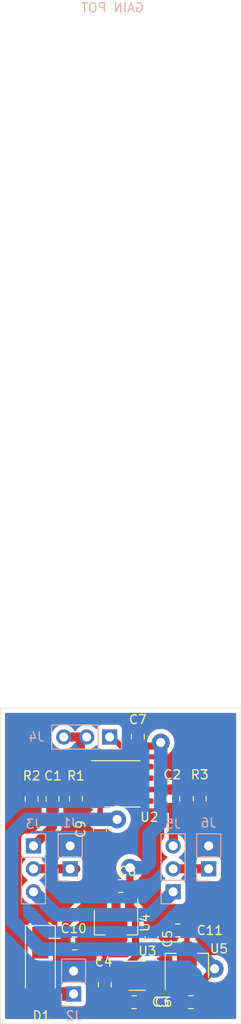
<source format=kicad_pcb>
(kicad_pcb (version 20171130) (host pcbnew "(5.1.5-0-10_14)")

  (general
    (thickness 1.6)
    (drawings 5)
    (tracks 96)
    (zones 0)
    (modules 25)
    (nets 20)
  )

  (page User 150.012 279.4)
  (layers
    (0 F.Cu signal)
    (31 B.Cu signal)
    (32 B.Adhes user)
    (33 F.Adhes user)
    (34 B.Paste user)
    (35 F.Paste user)
    (36 B.SilkS user)
    (37 F.SilkS user)
    (38 B.Mask user)
    (39 F.Mask user)
    (40 Dwgs.User user)
    (41 Cmts.User user)
    (42 Eco1.User user)
    (43 Eco2.User user)
    (44 Edge.Cuts user)
    (45 Margin user)
    (46 B.CrtYd user)
    (47 F.CrtYd user)
    (48 B.Fab user hide)
    (49 F.Fab user hide)
  )

  (setup
    (last_trace_width 0.25)
    (user_trace_width 0.45)
    (user_trace_width 0.6)
    (user_trace_width 0.8)
    (user_trace_width 1)
    (user_trace_width 1.5)
    (trace_clearance 0.2)
    (zone_clearance 0.508)
    (zone_45_only no)
    (trace_min 0.2)
    (via_size 0.8)
    (via_drill 0.4)
    (via_min_size 0.4)
    (via_min_drill 0.3)
    (user_via 2 1)
    (uvia_size 0.3)
    (uvia_drill 0.1)
    (uvias_allowed no)
    (uvia_min_size 0.2)
    (uvia_min_drill 0.1)
    (edge_width 0.05)
    (segment_width 0.2)
    (pcb_text_width 0.3)
    (pcb_text_size 1.5 1.5)
    (mod_edge_width 0.12)
    (mod_text_size 1 1)
    (mod_text_width 0.15)
    (pad_size 1.524 1.524)
    (pad_drill 0.762)
    (pad_to_mask_clearance 0.051)
    (solder_mask_min_width 0.25)
    (aux_axis_origin 0 0)
    (visible_elements FFFFFF7F)
    (pcbplotparams
      (layerselection 0x010fc_ffffffff)
      (usegerberextensions false)
      (usegerberattributes false)
      (usegerberadvancedattributes false)
      (creategerberjobfile false)
      (excludeedgelayer true)
      (linewidth 0.100000)
      (plotframeref false)
      (viasonmask false)
      (mode 1)
      (useauxorigin false)
      (hpglpennumber 1)
      (hpglpenspeed 20)
      (hpglpendiameter 15.000000)
      (psnegative false)
      (psa4output false)
      (plotreference true)
      (plotvalue true)
      (plotinvisibletext false)
      (padsonsilk false)
      (subtractmaskfromsilk false)
      (outputformat 1)
      (mirror false)
      (drillshape 1)
      (scaleselection 1)
      (outputdirectory ""))
  )

  (net 0 "")
  (net 1 GNDS)
  (net 2 /PosNeg5V_PSU/+9V_POL)
  (net 3 +5V)
  (net 4 -5V)
  (net 5 "Net-(J1-Pad1)")
  (net 6 /PosNeg5V_PSU/+9V_IN)
  (net 7 "Net-(J3-Pad3)")
  (net 8 "Net-(J4-Pad2)")
  (net 9 "Net-(J5-Pad2)")
  (net 10 "Net-(C1-Pad2)")
  (net 11 "Net-(C1-Pad1)")
  (net 12 "Net-(C2-Pad2)")
  (net 13 "Net-(C2-Pad1)")
  (net 14 /PosNeg5V_PSU/-5V_POL)
  (net 15 "Net-(C3-Pad2)")
  (net 16 "Net-(C3-Pad1)")
  (net 17 "Net-(U2-Pad8)")
  (net 18 "Net-(U2-Pad5)")
  (net 19 "Net-(U2-Pad1)")

  (net_class Default "This is the default net class."
    (clearance 0.2)
    (trace_width 0.25)
    (via_dia 0.8)
    (via_drill 0.4)
    (uvia_dia 0.3)
    (uvia_drill 0.1)
    (add_net +5V)
    (add_net -5V)
    (add_net /PosNeg5V_PSU/+9V_IN)
    (add_net /PosNeg5V_PSU/+9V_POL)
    (add_net /PosNeg5V_PSU/-5V_POL)
    (add_net GNDS)
    (add_net "Net-(C1-Pad1)")
    (add_net "Net-(C1-Pad2)")
    (add_net "Net-(C2-Pad1)")
    (add_net "Net-(C2-Pad2)")
    (add_net "Net-(C3-Pad1)")
    (add_net "Net-(C3-Pad2)")
    (add_net "Net-(J1-Pad1)")
    (add_net "Net-(J3-Pad3)")
    (add_net "Net-(J4-Pad2)")
    (add_net "Net-(J5-Pad2)")
    (add_net "Net-(U2-Pad1)")
    (add_net "Net-(U2-Pad5)")
    (add_net "Net-(U2-Pad8)")
  )

  (module Package_TO_SOT_SMD:SOT-89-3 (layer F.Cu) (tedit 5A02FF57) (tstamp 5E67C718)
    (at 79.7306 196.5452 90)
    (descr SOT-89-3)
    (tags SOT-89-3)
    (path /5E6165F4/5E690159)
    (attr smd)
    (fp_text reference U5 (at 2.286 3.556 180) (layer F.SilkS)
      (effects (font (size 1 1) (thickness 0.15)))
    )
    (fp_text value "XC6902N501PR-G " (at 0.45 3.25 90) (layer F.Fab)
      (effects (font (size 1 1) (thickness 0.15)))
    )
    (fp_line (start -2.48 2.55) (end -2.48 -2.55) (layer F.CrtYd) (width 0.05))
    (fp_line (start -2.48 2.55) (end 3.23 2.55) (layer F.CrtYd) (width 0.05))
    (fp_line (start 3.23 -2.55) (end -2.48 -2.55) (layer F.CrtYd) (width 0.05))
    (fp_line (start 3.23 -2.55) (end 3.23 2.55) (layer F.CrtYd) (width 0.05))
    (fp_line (start -0.13 -2.3) (end 1.68 -2.3) (layer F.Fab) (width 0.1))
    (fp_line (start -0.92 2.3) (end -0.92 -1.51) (layer F.Fab) (width 0.1))
    (fp_line (start 1.68 2.3) (end -0.92 2.3) (layer F.Fab) (width 0.1))
    (fp_line (start 1.68 -2.3) (end 1.68 2.3) (layer F.Fab) (width 0.1))
    (fp_line (start -0.92 -1.51) (end -0.13 -2.3) (layer F.Fab) (width 0.1))
    (fp_line (start 1.78 -2.4) (end 1.78 -1.2) (layer F.SilkS) (width 0.12))
    (fp_line (start -2.22 -2.4) (end 1.78 -2.4) (layer F.SilkS) (width 0.12))
    (fp_line (start 1.78 2.4) (end -0.92 2.4) (layer F.SilkS) (width 0.12))
    (fp_line (start 1.78 1.2) (end 1.78 2.4) (layer F.SilkS) (width 0.12))
    (fp_text user %R (at 0.38 0) (layer F.Fab)
      (effects (font (size 0.6 0.6) (thickness 0.09)))
    )
    (pad 2 smd trapezoid (at -0.0762 0 180) (size 1.5 1) (rect_delta 0 0.7 ) (layers F.Cu F.Paste F.Mask)
      (net 14 /PosNeg5V_PSU/-5V_POL))
    (pad 2 smd rect (at 1.3335 0) (size 2.2 1.84) (layers F.Cu F.Paste F.Mask)
      (net 14 /PosNeg5V_PSU/-5V_POL))
    (pad 3 smd rect (at -1.48 1.5) (size 1 1.5) (layers F.Cu F.Paste F.Mask)
      (net 4 -5V))
    (pad 2 smd rect (at -1.3335 0) (size 1 1.8) (layers F.Cu F.Paste F.Mask)
      (net 14 /PosNeg5V_PSU/-5V_POL))
    (pad 1 smd rect (at -1.48 -1.5) (size 1 1.5) (layers F.Cu F.Paste F.Mask)
      (net 1 GNDS))
    (pad 2 smd trapezoid (at 2.667 0) (size 1.6 0.85) (rect_delta 0 0.6 ) (layers F.Cu F.Paste F.Mask)
      (net 14 /PosNeg5V_PSU/-5V_POL))
    (model ${KISYS3DMOD}/Package_TO_SOT_SMD.3dshapes/SOT-89-3.wrl
      (at (xyz 0 0 0))
      (scale (xyz 1 1 1))
      (rotate (xyz 0 0 0))
    )
  )

  (module Package_TO_SOT_SMD:SOT-89-3 (layer F.Cu) (tedit 5A02FF57) (tstamp 5E67C700)
    (at 71.882 190.9445 270)
    (descr SOT-89-3)
    (tags SOT-89-3)
    (path /5E6165F4/5E67F135)
    (attr smd)
    (fp_text reference U4 (at 0.45 -3.2 90) (layer F.SilkS)
      (effects (font (size 1 1) (thickness 0.15)))
    )
    (fp_text value KIA78L05T (at 0.45 3.25 90) (layer F.Fab)
      (effects (font (size 1 1) (thickness 0.15)))
    )
    (fp_line (start -2.48 2.55) (end -2.48 -2.55) (layer F.CrtYd) (width 0.05))
    (fp_line (start -2.48 2.55) (end 3.23 2.55) (layer F.CrtYd) (width 0.05))
    (fp_line (start 3.23 -2.55) (end -2.48 -2.55) (layer F.CrtYd) (width 0.05))
    (fp_line (start 3.23 -2.55) (end 3.23 2.55) (layer F.CrtYd) (width 0.05))
    (fp_line (start -0.13 -2.3) (end 1.68 -2.3) (layer F.Fab) (width 0.1))
    (fp_line (start -0.92 2.3) (end -0.92 -1.51) (layer F.Fab) (width 0.1))
    (fp_line (start 1.68 2.3) (end -0.92 2.3) (layer F.Fab) (width 0.1))
    (fp_line (start 1.68 -2.3) (end 1.68 2.3) (layer F.Fab) (width 0.1))
    (fp_line (start -0.92 -1.51) (end -0.13 -2.3) (layer F.Fab) (width 0.1))
    (fp_line (start 1.78 -2.4) (end 1.78 -1.2) (layer F.SilkS) (width 0.12))
    (fp_line (start -2.22 -2.4) (end 1.78 -2.4) (layer F.SilkS) (width 0.12))
    (fp_line (start 1.78 2.4) (end -0.92 2.4) (layer F.SilkS) (width 0.12))
    (fp_line (start 1.78 1.2) (end 1.78 2.4) (layer F.SilkS) (width 0.12))
    (fp_text user %R (at 0.38 0) (layer F.Fab)
      (effects (font (size 0.6 0.6) (thickness 0.09)))
    )
    (pad 2 smd trapezoid (at -0.0762 0) (size 1.5 1) (rect_delta 0 0.7 ) (layers F.Cu F.Paste F.Mask)
      (net 1 GNDS))
    (pad 2 smd rect (at 1.3335 0 180) (size 2.2 1.84) (layers F.Cu F.Paste F.Mask)
      (net 1 GNDS))
    (pad 3 smd rect (at -1.48 1.5 180) (size 1 1.5) (layers F.Cu F.Paste F.Mask)
      (net 2 /PosNeg5V_PSU/+9V_POL))
    (pad 2 smd rect (at -1.3335 0 180) (size 1 1.8) (layers F.Cu F.Paste F.Mask)
      (net 1 GNDS))
    (pad 1 smd rect (at -1.48 -1.5 180) (size 1 1.5) (layers F.Cu F.Paste F.Mask)
      (net 3 +5V))
    (pad 2 smd trapezoid (at 2.667 0 180) (size 1.6 0.85) (rect_delta 0 0.6 ) (layers F.Cu F.Paste F.Mask)
      (net 1 GNDS))
    (model ${KISYS3DMOD}/Package_TO_SOT_SMD.3dshapes/SOT-89-3.wrl
      (at (xyz 0 0 0))
      (scale (xyz 1 1 1))
      (rotate (xyz 0 0 0))
    )
  )

  (module Package_TO_SOT_SMD:SOT-23-5_HandSoldering (layer F.Cu) (tedit 5A0AB76C) (tstamp 5E67C6E8)
    (at 74.2188 197.2437)
    (descr "5-pin SOT23 package")
    (tags "SOT-23-5 hand-soldering")
    (path /5E6165F4/5E6AE9A9)
    (attr smd)
    (fp_text reference U3 (at 1.143 -2.7305) (layer F.SilkS)
      (effects (font (size 1 1) (thickness 0.15)))
    )
    (fp_text value TPS60400 (at 0 2.9) (layer F.Fab)
      (effects (font (size 1 1) (thickness 0.15)))
    )
    (fp_line (start 2.38 1.8) (end -2.38 1.8) (layer F.CrtYd) (width 0.05))
    (fp_line (start 2.38 1.8) (end 2.38 -1.8) (layer F.CrtYd) (width 0.05))
    (fp_line (start -2.38 -1.8) (end -2.38 1.8) (layer F.CrtYd) (width 0.05))
    (fp_line (start -2.38 -1.8) (end 2.38 -1.8) (layer F.CrtYd) (width 0.05))
    (fp_line (start 0.9 -1.55) (end 0.9 1.55) (layer F.Fab) (width 0.1))
    (fp_line (start 0.9 1.55) (end -0.9 1.55) (layer F.Fab) (width 0.1))
    (fp_line (start -0.9 -0.9) (end -0.9 1.55) (layer F.Fab) (width 0.1))
    (fp_line (start 0.9 -1.55) (end -0.25 -1.55) (layer F.Fab) (width 0.1))
    (fp_line (start -0.9 -0.9) (end -0.25 -1.55) (layer F.Fab) (width 0.1))
    (fp_line (start 0.9 -1.61) (end -1.55 -1.61) (layer F.SilkS) (width 0.12))
    (fp_line (start -0.9 1.61) (end 0.9 1.61) (layer F.SilkS) (width 0.12))
    (fp_text user %R (at 0 0 90) (layer F.Fab)
      (effects (font (size 0.5 0.5) (thickness 0.075)))
    )
    (pad 5 smd rect (at 1.35 -0.95) (size 1.56 0.65) (layers F.Cu F.Paste F.Mask)
      (net 15 "Net-(C3-Pad2)"))
    (pad 4 smd rect (at 1.35 0.95) (size 1.56 0.65) (layers F.Cu F.Paste F.Mask)
      (net 1 GNDS))
    (pad 3 smd rect (at -1.35 0.95) (size 1.56 0.65) (layers F.Cu F.Paste F.Mask)
      (net 16 "Net-(C3-Pad1)"))
    (pad 2 smd rect (at -1.35 0) (size 1.56 0.65) (layers F.Cu F.Paste F.Mask)
      (net 3 +5V))
    (pad 1 smd rect (at -1.35 -0.95) (size 1.56 0.65) (layers F.Cu F.Paste F.Mask)
      (net 14 /PosNeg5V_PSU/-5V_POL))
    (model ${KISYS3DMOD}/Package_TO_SOT_SMD.3dshapes/SOT-23-5.wrl
      (at (xyz 0 0 0))
      (scale (xyz 1 1 1))
      (rotate (xyz 0 0 0))
    )
  )

  (module Package_SO:SOIC-8_3.9x4.9mm_P1.27mm (layer F.Cu) (tedit 5D9F72B1) (tstamp 5E67C6D3)
    (at 72.5932 176.022)
    (descr "SOIC, 8 Pin (JEDEC MS-012AA, https://www.analog.com/media/en/package-pcb-resources/package/pkg_pdf/soic_narrow-r/r_8.pdf), generated with kicad-footprint-generator ipc_gullwing_generator.py")
    (tags "SOIC SO")
    (path /5E6CAB10)
    (attr smd)
    (fp_text reference U2 (at 2.9718 3.683) (layer F.SilkS)
      (effects (font (size 1 1) (thickness 0.15)))
    )
    (fp_text value TL071 (at 0 3.4) (layer F.Fab)
      (effects (font (size 1 1) (thickness 0.15)))
    )
    (fp_text user %R (at 0 0) (layer F.Fab)
      (effects (font (size 0.98 0.98) (thickness 0.15)))
    )
    (fp_line (start 3.7 -2.7) (end -3.7 -2.7) (layer F.CrtYd) (width 0.05))
    (fp_line (start 3.7 2.7) (end 3.7 -2.7) (layer F.CrtYd) (width 0.05))
    (fp_line (start -3.7 2.7) (end 3.7 2.7) (layer F.CrtYd) (width 0.05))
    (fp_line (start -3.7 -2.7) (end -3.7 2.7) (layer F.CrtYd) (width 0.05))
    (fp_line (start -1.95 -1.475) (end -0.975 -2.45) (layer F.Fab) (width 0.1))
    (fp_line (start -1.95 2.45) (end -1.95 -1.475) (layer F.Fab) (width 0.1))
    (fp_line (start 1.95 2.45) (end -1.95 2.45) (layer F.Fab) (width 0.1))
    (fp_line (start 1.95 -2.45) (end 1.95 2.45) (layer F.Fab) (width 0.1))
    (fp_line (start -0.975 -2.45) (end 1.95 -2.45) (layer F.Fab) (width 0.1))
    (fp_line (start 0 -2.56) (end -3.45 -2.56) (layer F.SilkS) (width 0.12))
    (fp_line (start 0 -2.56) (end 1.95 -2.56) (layer F.SilkS) (width 0.12))
    (fp_line (start 0 2.56) (end -1.95 2.56) (layer F.SilkS) (width 0.12))
    (fp_line (start 0 2.56) (end 1.95 2.56) (layer F.SilkS) (width 0.12))
    (pad 8 smd roundrect (at 2.475 -1.905) (size 1.95 0.6) (layers F.Cu F.Paste F.Mask) (roundrect_rratio 0.25)
      (net 17 "Net-(U2-Pad8)"))
    (pad 7 smd roundrect (at 2.475 -0.635) (size 1.95 0.6) (layers F.Cu F.Paste F.Mask) (roundrect_rratio 0.25)
      (net 3 +5V))
    (pad 6 smd roundrect (at 2.475 0.635) (size 1.95 0.6) (layers F.Cu F.Paste F.Mask) (roundrect_rratio 0.25)
      (net 12 "Net-(C2-Pad2)"))
    (pad 5 smd roundrect (at 2.475 1.905) (size 1.95 0.6) (layers F.Cu F.Paste F.Mask) (roundrect_rratio 0.25)
      (net 18 "Net-(U2-Pad5)"))
    (pad 4 smd roundrect (at -2.475 1.905) (size 1.95 0.6) (layers F.Cu F.Paste F.Mask) (roundrect_rratio 0.25)
      (net 4 -5V))
    (pad 3 smd roundrect (at -2.475 0.635) (size 1.95 0.6) (layers F.Cu F.Paste F.Mask) (roundrect_rratio 0.25)
      (net 11 "Net-(C1-Pad1)"))
    (pad 2 smd roundrect (at -2.475 -0.635) (size 1.95 0.6) (layers F.Cu F.Paste F.Mask) (roundrect_rratio 0.25)
      (net 8 "Net-(J4-Pad2)"))
    (pad 1 smd roundrect (at -2.475 -1.905) (size 1.95 0.6) (layers F.Cu F.Paste F.Mask) (roundrect_rratio 0.25)
      (net 19 "Net-(U2-Pad1)"))
    (model ${KISYS3DMOD}/Package_SO.3dshapes/SOIC-8_3.9x4.9mm_P1.27mm.wrl
      (at (xyz 0 0 0))
      (scale (xyz 1 1 1))
      (rotate (xyz 0 0 0))
    )
  )

  (module Capacitor_SMD:C_0805_2012Metric_Pad1.15x1.40mm_HandSolder (layer F.Cu) (tedit 5B36C52B) (tstamp 5E67C529)
    (at 78.7146 192.2272 180)
    (descr "Capacitor SMD 0805 (2012 Metric), square (rectangular) end terminal, IPC_7351 nominal with elongated pad for handsoldering. (Body size source: https://docs.google.com/spreadsheets/d/1BsfQQcO9C6DZCsRaXUlFlo91Tg2WpOkGARC1WS5S8t0/edit?usp=sharing), generated with kicad-footprint-generator")
    (tags "capacitor handsolder")
    (path /5E6165F4/5E6BD31D)
    (attr smd)
    (fp_text reference C11 (at -3.556 0) (layer F.SilkS)
      (effects (font (size 1 1) (thickness 0.15)))
    )
    (fp_text value 1uF (at 0 1.65) (layer F.Fab)
      (effects (font (size 1 1) (thickness 0.15)))
    )
    (fp_text user %R (at 0 0) (layer F.Fab)
      (effects (font (size 0.5 0.5) (thickness 0.08)))
    )
    (fp_line (start 1.85 0.95) (end -1.85 0.95) (layer F.CrtYd) (width 0.05))
    (fp_line (start 1.85 -0.95) (end 1.85 0.95) (layer F.CrtYd) (width 0.05))
    (fp_line (start -1.85 -0.95) (end 1.85 -0.95) (layer F.CrtYd) (width 0.05))
    (fp_line (start -1.85 0.95) (end -1.85 -0.95) (layer F.CrtYd) (width 0.05))
    (fp_line (start -0.261252 0.71) (end 0.261252 0.71) (layer F.SilkS) (width 0.12))
    (fp_line (start -0.261252 -0.71) (end 0.261252 -0.71) (layer F.SilkS) (width 0.12))
    (fp_line (start 1 0.6) (end -1 0.6) (layer F.Fab) (width 0.1))
    (fp_line (start 1 -0.6) (end 1 0.6) (layer F.Fab) (width 0.1))
    (fp_line (start -1 -0.6) (end 1 -0.6) (layer F.Fab) (width 0.1))
    (fp_line (start -1 0.6) (end -1 -0.6) (layer F.Fab) (width 0.1))
    (pad 2 smd roundrect (at 1.025 0 180) (size 1.15 1.4) (layers F.Cu F.Paste F.Mask) (roundrect_rratio 0.217391)
      (net 1 GNDS))
    (pad 1 smd roundrect (at -1.025 0 180) (size 1.15 1.4) (layers F.Cu F.Paste F.Mask) (roundrect_rratio 0.217391)
      (net 14 /PosNeg5V_PSU/-5V_POL))
    (model ${KISYS3DMOD}/Capacitor_SMD.3dshapes/C_0805_2012Metric.wrl
      (at (xyz 0 0 0))
      (scale (xyz 1 1 1))
      (rotate (xyz 0 0 0))
    )
  )

  (module Capacitor_SMD:C_0805_2012Metric_Pad1.15x1.40mm_HandSolder (layer F.Cu) (tedit 5B36C52B) (tstamp 5E67C518)
    (at 67.31 193.675)
    (descr "Capacitor SMD 0805 (2012 Metric), square (rectangular) end terminal, IPC_7351 nominal with elongated pad for handsoldering. (Body size source: https://docs.google.com/spreadsheets/d/1BsfQQcO9C6DZCsRaXUlFlo91Tg2WpOkGARC1WS5S8t0/edit?usp=sharing), generated with kicad-footprint-generator")
    (tags "capacitor handsolder")
    (path /5E6165F4/5E68C14F)
    (attr smd)
    (fp_text reference C10 (at -0.127 -1.651) (layer F.SilkS)
      (effects (font (size 1 1) (thickness 0.15)))
    )
    (fp_text value 330nF (at 0 1.65) (layer F.Fab)
      (effects (font (size 1 1) (thickness 0.15)))
    )
    (fp_text user %R (at 0 0) (layer F.Fab)
      (effects (font (size 0.5 0.5) (thickness 0.08)))
    )
    (fp_line (start 1.85 0.95) (end -1.85 0.95) (layer F.CrtYd) (width 0.05))
    (fp_line (start 1.85 -0.95) (end 1.85 0.95) (layer F.CrtYd) (width 0.05))
    (fp_line (start -1.85 -0.95) (end 1.85 -0.95) (layer F.CrtYd) (width 0.05))
    (fp_line (start -1.85 0.95) (end -1.85 -0.95) (layer F.CrtYd) (width 0.05))
    (fp_line (start -0.261252 0.71) (end 0.261252 0.71) (layer F.SilkS) (width 0.12))
    (fp_line (start -0.261252 -0.71) (end 0.261252 -0.71) (layer F.SilkS) (width 0.12))
    (fp_line (start 1 0.6) (end -1 0.6) (layer F.Fab) (width 0.1))
    (fp_line (start 1 -0.6) (end 1 0.6) (layer F.Fab) (width 0.1))
    (fp_line (start -1 -0.6) (end 1 -0.6) (layer F.Fab) (width 0.1))
    (fp_line (start -1 0.6) (end -1 -0.6) (layer F.Fab) (width 0.1))
    (pad 2 smd roundrect (at 1.025 0) (size 1.15 1.4) (layers F.Cu F.Paste F.Mask) (roundrect_rratio 0.217391)
      (net 1 GNDS))
    (pad 1 smd roundrect (at -1.025 0) (size 1.15 1.4) (layers F.Cu F.Paste F.Mask) (roundrect_rratio 0.217391)
      (net 2 /PosNeg5V_PSU/+9V_POL))
    (model ${KISYS3DMOD}/Capacitor_SMD.3dshapes/C_0805_2012Metric.wrl
      (at (xyz 0 0 0))
      (scale (xyz 1 1 1))
      (rotate (xyz 0 0 0))
    )
  )

  (module Capacitor_SMD:C_0805_2012Metric_Pad1.15x1.40mm_HandSolder (layer F.Cu) (tedit 5B36C52B) (tstamp 5E67C497)
    (at 75.819 193.167 90)
    (descr "Capacitor SMD 0805 (2012 Metric), square (rectangular) end terminal, IPC_7351 nominal with elongated pad for handsoldering. (Body size source: https://docs.google.com/spreadsheets/d/1BsfQQcO9C6DZCsRaXUlFlo91Tg2WpOkGARC1WS5S8t0/edit?usp=sharing), generated with kicad-footprint-generator")
    (tags "capacitor handsolder")
    (path /5E6165F4/5E6B7FA9)
    (attr smd)
    (fp_text reference C5 (at 0 1.778 90) (layer F.SilkS)
      (effects (font (size 1 1) (thickness 0.15)))
    )
    (fp_text value 1uF (at 0 1.65 90) (layer F.Fab)
      (effects (font (size 1 1) (thickness 0.15)))
    )
    (fp_text user %R (at 0 0 90) (layer F.Fab)
      (effects (font (size 0.5 0.5) (thickness 0.08)))
    )
    (fp_line (start 1.85 0.95) (end -1.85 0.95) (layer F.CrtYd) (width 0.05))
    (fp_line (start 1.85 -0.95) (end 1.85 0.95) (layer F.CrtYd) (width 0.05))
    (fp_line (start -1.85 -0.95) (end 1.85 -0.95) (layer F.CrtYd) (width 0.05))
    (fp_line (start -1.85 0.95) (end -1.85 -0.95) (layer F.CrtYd) (width 0.05))
    (fp_line (start -0.261252 0.71) (end 0.261252 0.71) (layer F.SilkS) (width 0.12))
    (fp_line (start -0.261252 -0.71) (end 0.261252 -0.71) (layer F.SilkS) (width 0.12))
    (fp_line (start 1 0.6) (end -1 0.6) (layer F.Fab) (width 0.1))
    (fp_line (start 1 -0.6) (end 1 0.6) (layer F.Fab) (width 0.1))
    (fp_line (start -1 -0.6) (end 1 -0.6) (layer F.Fab) (width 0.1))
    (fp_line (start -1 0.6) (end -1 -0.6) (layer F.Fab) (width 0.1))
    (pad 2 smd roundrect (at 1.025 0 90) (size 1.15 1.4) (layers F.Cu F.Paste F.Mask) (roundrect_rratio 0.217391)
      (net 1 GNDS))
    (pad 1 smd roundrect (at -1.025 0 90) (size 1.15 1.4) (layers F.Cu F.Paste F.Mask) (roundrect_rratio 0.217391)
      (net 14 /PosNeg5V_PSU/-5V_POL))
    (model ${KISYS3DMOD}/Capacitor_SMD.3dshapes/C_0805_2012Metric.wrl
      (at (xyz 0 0 0))
      (scale (xyz 1 1 1))
      (rotate (xyz 0 0 0))
    )
  )

  (module Capacitor_SMD:C_0805_2012Metric_Pad1.15x1.40mm_HandSolder (layer F.Cu) (tedit 5B36C52B) (tstamp 5E67C486)
    (at 70.6374 198.247 270)
    (descr "Capacitor SMD 0805 (2012 Metric), square (rectangular) end terminal, IPC_7351 nominal with elongated pad for handsoldering. (Body size source: https://docs.google.com/spreadsheets/d/1BsfQQcO9C6DZCsRaXUlFlo91Tg2WpOkGARC1WS5S8t0/edit?usp=sharing), generated with kicad-footprint-generator")
    (tags "capacitor handsolder")
    (path /5E6165F4/5E6B5D25)
    (attr smd)
    (fp_text reference C4 (at -2.54 0.127 180) (layer F.SilkS)
      (effects (font (size 1 1) (thickness 0.15)))
    )
    (fp_text value 1uF (at 0 1.65 90) (layer F.Fab)
      (effects (font (size 1 1) (thickness 0.15)))
    )
    (fp_text user %R (at 0 0 90) (layer F.Fab)
      (effects (font (size 0.5 0.5) (thickness 0.08)))
    )
    (fp_line (start 1.85 0.95) (end -1.85 0.95) (layer F.CrtYd) (width 0.05))
    (fp_line (start 1.85 -0.95) (end 1.85 0.95) (layer F.CrtYd) (width 0.05))
    (fp_line (start -1.85 -0.95) (end 1.85 -0.95) (layer F.CrtYd) (width 0.05))
    (fp_line (start -1.85 0.95) (end -1.85 -0.95) (layer F.CrtYd) (width 0.05))
    (fp_line (start -0.261252 0.71) (end 0.261252 0.71) (layer F.SilkS) (width 0.12))
    (fp_line (start -0.261252 -0.71) (end 0.261252 -0.71) (layer F.SilkS) (width 0.12))
    (fp_line (start 1 0.6) (end -1 0.6) (layer F.Fab) (width 0.1))
    (fp_line (start 1 -0.6) (end 1 0.6) (layer F.Fab) (width 0.1))
    (fp_line (start -1 -0.6) (end 1 -0.6) (layer F.Fab) (width 0.1))
    (fp_line (start -1 0.6) (end -1 -0.6) (layer F.Fab) (width 0.1))
    (pad 2 smd roundrect (at 1.025 0 270) (size 1.15 1.4) (layers F.Cu F.Paste F.Mask) (roundrect_rratio 0.217391)
      (net 1 GNDS))
    (pad 1 smd roundrect (at -1.025 0 270) (size 1.15 1.4) (layers F.Cu F.Paste F.Mask) (roundrect_rratio 0.217391)
      (net 3 +5V))
    (model ${KISYS3DMOD}/Capacitor_SMD.3dshapes/C_0805_2012Metric.wrl
      (at (xyz 0 0 0))
      (scale (xyz 1 1 1))
      (rotate (xyz 0 0 0))
    )
  )

  (module Resistor_SMD:R_0805_2012Metric_Pad1.15x1.40mm_HandSolder (layer F.Cu) (tedit 5B36C52B) (tstamp 5E67532C)
    (at 81.153 177.673 90)
    (descr "Resistor SMD 0805 (2012 Metric), square (rectangular) end terminal, IPC_7351 nominal with elongated pad for handsoldering. (Body size source: https://docs.google.com/spreadsheets/d/1BsfQQcO9C6DZCsRaXUlFlo91Tg2WpOkGARC1WS5S8t0/edit?usp=sharing), generated with kicad-footprint-generator")
    (tags "resistor handsolder")
    (path /5E60389F)
    (attr smd)
    (fp_text reference R3 (at 2.667 0 180) (layer F.SilkS)
      (effects (font (size 1 1) (thickness 0.15)))
    )
    (fp_text value 10K (at 0 1.65 90) (layer F.Fab)
      (effects (font (size 1 1) (thickness 0.15)))
    )
    (fp_text user %R (at 0 0 90) (layer F.Fab)
      (effects (font (size 0.5 0.5) (thickness 0.08)))
    )
    (fp_line (start 1.85 0.95) (end -1.85 0.95) (layer F.CrtYd) (width 0.05))
    (fp_line (start 1.85 -0.95) (end 1.85 0.95) (layer F.CrtYd) (width 0.05))
    (fp_line (start -1.85 -0.95) (end 1.85 -0.95) (layer F.CrtYd) (width 0.05))
    (fp_line (start -1.85 0.95) (end -1.85 -0.95) (layer F.CrtYd) (width 0.05))
    (fp_line (start -0.261252 0.71) (end 0.261252 0.71) (layer F.SilkS) (width 0.12))
    (fp_line (start -0.261252 -0.71) (end 0.261252 -0.71) (layer F.SilkS) (width 0.12))
    (fp_line (start 1 0.6) (end -1 0.6) (layer F.Fab) (width 0.1))
    (fp_line (start 1 -0.6) (end 1 0.6) (layer F.Fab) (width 0.1))
    (fp_line (start -1 -0.6) (end 1 -0.6) (layer F.Fab) (width 0.1))
    (fp_line (start -1 0.6) (end -1 -0.6) (layer F.Fab) (width 0.1))
    (pad 2 smd roundrect (at 1.025 0 90) (size 1.15 1.4) (layers F.Cu F.Paste F.Mask) (roundrect_rratio 0.217391)
      (net 1 GNDS))
    (pad 1 smd roundrect (at -1.025 0 90) (size 1.15 1.4) (layers F.Cu F.Paste F.Mask) (roundrect_rratio 0.217391)
      (net 13 "Net-(C2-Pad1)"))
    (model ${KISYS3DMOD}/Resistor_SMD.3dshapes/R_0805_2012Metric.wrl
      (at (xyz 0 0 0))
      (scale (xyz 1 1 1))
      (rotate (xyz 0 0 0))
    )
  )

  (module Resistor_SMD:R_0805_2012Metric_Pad1.15x1.40mm_HandSolder (layer F.Cu) (tedit 5B36C52B) (tstamp 5E67531B)
    (at 62.5348 177.6984 270)
    (descr "Resistor SMD 0805 (2012 Metric), square (rectangular) end terminal, IPC_7351 nominal with elongated pad for handsoldering. (Body size source: https://docs.google.com/spreadsheets/d/1BsfQQcO9C6DZCsRaXUlFlo91Tg2WpOkGARC1WS5S8t0/edit?usp=sharing), generated with kicad-footprint-generator")
    (tags "resistor handsolder")
    (path /5E60257F)
    (attr smd)
    (fp_text reference R2 (at -2.5654 0 180) (layer F.SilkS)
      (effects (font (size 1 1) (thickness 0.15)))
    )
    (fp_text value 2K7 (at 0 1.65 90) (layer F.Fab)
      (effects (font (size 1 1) (thickness 0.15)))
    )
    (fp_text user %R (at 0 0 90) (layer F.Fab)
      (effects (font (size 0.5 0.5) (thickness 0.08)))
    )
    (fp_line (start 1.85 0.95) (end -1.85 0.95) (layer F.CrtYd) (width 0.05))
    (fp_line (start 1.85 -0.95) (end 1.85 0.95) (layer F.CrtYd) (width 0.05))
    (fp_line (start -1.85 -0.95) (end 1.85 -0.95) (layer F.CrtYd) (width 0.05))
    (fp_line (start -1.85 0.95) (end -1.85 -0.95) (layer F.CrtYd) (width 0.05))
    (fp_line (start -0.261252 0.71) (end 0.261252 0.71) (layer F.SilkS) (width 0.12))
    (fp_line (start -0.261252 -0.71) (end 0.261252 -0.71) (layer F.SilkS) (width 0.12))
    (fp_line (start 1 0.6) (end -1 0.6) (layer F.Fab) (width 0.1))
    (fp_line (start 1 -0.6) (end 1 0.6) (layer F.Fab) (width 0.1))
    (fp_line (start -1 -0.6) (end 1 -0.6) (layer F.Fab) (width 0.1))
    (fp_line (start -1 0.6) (end -1 -0.6) (layer F.Fab) (width 0.1))
    (pad 2 smd roundrect (at 1.025 0 270) (size 1.15 1.4) (layers F.Cu F.Paste F.Mask) (roundrect_rratio 0.217391)
      (net 1 GNDS))
    (pad 1 smd roundrect (at -1.025 0 270) (size 1.15 1.4) (layers F.Cu F.Paste F.Mask) (roundrect_rratio 0.217391)
      (net 8 "Net-(J4-Pad2)"))
    (model ${KISYS3DMOD}/Resistor_SMD.3dshapes/R_0805_2012Metric.wrl
      (at (xyz 0 0 0))
      (scale (xyz 1 1 1))
      (rotate (xyz 0 0 0))
    )
  )

  (module Resistor_SMD:R_0805_2012Metric_Pad1.15x1.40mm_HandSolder (layer F.Cu) (tedit 5B36C52B) (tstamp 5E67530A)
    (at 67.437 177.673 270)
    (descr "Resistor SMD 0805 (2012 Metric), square (rectangular) end terminal, IPC_7351 nominal with elongated pad for handsoldering. (Body size source: https://docs.google.com/spreadsheets/d/1BsfQQcO9C6DZCsRaXUlFlo91Tg2WpOkGARC1WS5S8t0/edit?usp=sharing), generated with kicad-footprint-generator")
    (tags "resistor handsolder")
    (path /5E66BD48)
    (attr smd)
    (fp_text reference R1 (at -2.54 0 180) (layer F.SilkS)
      (effects (font (size 1 1) (thickness 0.15)))
    )
    (fp_text value 22M (at 0 1.65 90) (layer F.Fab)
      (effects (font (size 1 1) (thickness 0.15)))
    )
    (fp_text user %R (at 0 0 90) (layer F.Fab)
      (effects (font (size 0.5 0.5) (thickness 0.08)))
    )
    (fp_line (start 1.85 0.95) (end -1.85 0.95) (layer F.CrtYd) (width 0.05))
    (fp_line (start 1.85 -0.95) (end 1.85 0.95) (layer F.CrtYd) (width 0.05))
    (fp_line (start -1.85 -0.95) (end 1.85 -0.95) (layer F.CrtYd) (width 0.05))
    (fp_line (start -1.85 0.95) (end -1.85 -0.95) (layer F.CrtYd) (width 0.05))
    (fp_line (start -0.261252 0.71) (end 0.261252 0.71) (layer F.SilkS) (width 0.12))
    (fp_line (start -0.261252 -0.71) (end 0.261252 -0.71) (layer F.SilkS) (width 0.12))
    (fp_line (start 1 0.6) (end -1 0.6) (layer F.Fab) (width 0.1))
    (fp_line (start 1 -0.6) (end 1 0.6) (layer F.Fab) (width 0.1))
    (fp_line (start -1 -0.6) (end 1 -0.6) (layer F.Fab) (width 0.1))
    (fp_line (start -1 0.6) (end -1 -0.6) (layer F.Fab) (width 0.1))
    (pad 2 smd roundrect (at 1.025 0 270) (size 1.15 1.4) (layers F.Cu F.Paste F.Mask) (roundrect_rratio 0.217391)
      (net 1 GNDS))
    (pad 1 smd roundrect (at -1.025 0 270) (size 1.15 1.4) (layers F.Cu F.Paste F.Mask) (roundrect_rratio 0.217391)
      (net 11 "Net-(C1-Pad1)"))
    (model ${KISYS3DMOD}/Resistor_SMD.3dshapes/R_0805_2012Metric.wrl
      (at (xyz 0 0 0))
      (scale (xyz 1 1 1))
      (rotate (xyz 0 0 0))
    )
  )

  (module Connector_PinHeader_2.54mm:PinHeader_1x02_P2.54mm_Vertical (layer B.Cu) (tedit 59FED5CC) (tstamp 5E6752F9)
    (at 82.1436 185.42)
    (descr "Through hole straight pin header, 1x02, 2.54mm pitch, single row")
    (tags "Through hole pin header THT 1x02 2.54mm single row")
    (path /5E677115)
    (fp_text reference J6 (at -0.0254 -5.08) (layer B.SilkS)
      (effects (font (size 1 1) (thickness 0.15)) (justify mirror))
    )
    (fp_text value Conn_01x02 (at 0 -4.87) (layer B.Fab)
      (effects (font (size 1 1) (thickness 0.15)) (justify mirror))
    )
    (fp_text user %R (at 0 -1.27 270) (layer B.Fab)
      (effects (font (size 1 1) (thickness 0.15)) (justify mirror))
    )
    (fp_line (start 1.8 1.8) (end -1.8 1.8) (layer B.CrtYd) (width 0.05))
    (fp_line (start 1.8 -4.35) (end 1.8 1.8) (layer B.CrtYd) (width 0.05))
    (fp_line (start -1.8 -4.35) (end 1.8 -4.35) (layer B.CrtYd) (width 0.05))
    (fp_line (start -1.8 1.8) (end -1.8 -4.35) (layer B.CrtYd) (width 0.05))
    (fp_line (start -1.33 1.33) (end 0 1.33) (layer B.SilkS) (width 0.12))
    (fp_line (start -1.33 0) (end -1.33 1.33) (layer B.SilkS) (width 0.12))
    (fp_line (start -1.33 -1.27) (end 1.33 -1.27) (layer B.SilkS) (width 0.12))
    (fp_line (start 1.33 -1.27) (end 1.33 -3.87) (layer B.SilkS) (width 0.12))
    (fp_line (start -1.33 -1.27) (end -1.33 -3.87) (layer B.SilkS) (width 0.12))
    (fp_line (start -1.33 -3.87) (end 1.33 -3.87) (layer B.SilkS) (width 0.12))
    (fp_line (start -1.27 0.635) (end -0.635 1.27) (layer B.Fab) (width 0.1))
    (fp_line (start -1.27 -3.81) (end -1.27 0.635) (layer B.Fab) (width 0.1))
    (fp_line (start 1.27 -3.81) (end -1.27 -3.81) (layer B.Fab) (width 0.1))
    (fp_line (start 1.27 1.27) (end 1.27 -3.81) (layer B.Fab) (width 0.1))
    (fp_line (start -0.635 1.27) (end 1.27 1.27) (layer B.Fab) (width 0.1))
    (pad 2 thru_hole oval (at 0 -2.54) (size 1.7 1.7) (drill 1) (layers *.Cu *.Mask)
      (net 1 GNDS))
    (pad 1 thru_hole rect (at 0 0) (size 1.7 1.7) (drill 1) (layers *.Cu *.Mask)
      (net 9 "Net-(J5-Pad2)"))
    (model ${KISYS3DMOD}/Connector_PinHeader_2.54mm.3dshapes/PinHeader_1x02_P2.54mm_Vertical.wrl
      (at (xyz 0 0 0))
      (scale (xyz 1 1 1))
      (rotate (xyz 0 0 0))
    )
  )

  (module Connector_PinHeader_2.54mm:PinHeader_1x03_P2.54mm_Vertical (layer B.Cu) (tedit 59FED5CC) (tstamp 5E6752E3)
    (at 78.2066 187.96)
    (descr "Through hole straight pin header, 1x03, 2.54mm pitch, single row")
    (tags "Through hole pin header THT 1x03 2.54mm single row")
    (path /5E68000B)
    (fp_text reference J5 (at -0.0254 -7.493) (layer B.SilkS)
      (effects (font (size 1 1) (thickness 0.15)) (justify mirror))
    )
    (fp_text value Conn_01x03 (at 0 -7.41) (layer B.Fab)
      (effects (font (size 1 1) (thickness 0.15)) (justify mirror))
    )
    (fp_text user %R (at 0 -2.54 270) (layer B.Fab)
      (effects (font (size 1 1) (thickness 0.15)) (justify mirror))
    )
    (fp_line (start 1.8 1.8) (end -1.8 1.8) (layer B.CrtYd) (width 0.05))
    (fp_line (start 1.8 -6.85) (end 1.8 1.8) (layer B.CrtYd) (width 0.05))
    (fp_line (start -1.8 -6.85) (end 1.8 -6.85) (layer B.CrtYd) (width 0.05))
    (fp_line (start -1.8 1.8) (end -1.8 -6.85) (layer B.CrtYd) (width 0.05))
    (fp_line (start -1.33 1.33) (end 0 1.33) (layer B.SilkS) (width 0.12))
    (fp_line (start -1.33 0) (end -1.33 1.33) (layer B.SilkS) (width 0.12))
    (fp_line (start -1.33 -1.27) (end 1.33 -1.27) (layer B.SilkS) (width 0.12))
    (fp_line (start 1.33 -1.27) (end 1.33 -6.41) (layer B.SilkS) (width 0.12))
    (fp_line (start -1.33 -1.27) (end -1.33 -6.41) (layer B.SilkS) (width 0.12))
    (fp_line (start -1.33 -6.41) (end 1.33 -6.41) (layer B.SilkS) (width 0.12))
    (fp_line (start -1.27 0.635) (end -0.635 1.27) (layer B.Fab) (width 0.1))
    (fp_line (start -1.27 -6.35) (end -1.27 0.635) (layer B.Fab) (width 0.1))
    (fp_line (start 1.27 -6.35) (end -1.27 -6.35) (layer B.Fab) (width 0.1))
    (fp_line (start 1.27 1.27) (end 1.27 -6.35) (layer B.Fab) (width 0.1))
    (fp_line (start -0.635 1.27) (end 1.27 1.27) (layer B.Fab) (width 0.1))
    (pad 3 thru_hole oval (at 0 -5.08) (size 1.7 1.7) (drill 1) (layers *.Cu *.Mask)
      (net 13 "Net-(C2-Pad1)"))
    (pad 2 thru_hole oval (at 0 -2.54) (size 1.7 1.7) (drill 1) (layers *.Cu *.Mask)
      (net 9 "Net-(J5-Pad2)"))
    (pad 1 thru_hole rect (at 0 0) (size 1.7 1.7) (drill 1) (layers *.Cu *.Mask)
      (net 7 "Net-(J3-Pad3)"))
    (model ${KISYS3DMOD}/Connector_PinHeader_2.54mm.3dshapes/PinHeader_1x03_P2.54mm_Vertical.wrl
      (at (xyz 0 0 0))
      (scale (xyz 1 1 1))
      (rotate (xyz 0 0 0))
    )
  )

  (module Connector_PinHeader_2.54mm:PinHeader_1x03_P2.54mm_Vertical (layer B.Cu) (tedit 59FED5CC) (tstamp 5E6752CC)
    (at 71.1708 170.8404 90)
    (descr "Through hole straight pin header, 1x03, 2.54mm pitch, single row")
    (tags "Through hole pin header THT 1x03 2.54mm single row")
    (path /5E5FFA1F)
    (fp_text reference J4 (at 0 -8.128 180) (layer B.SilkS)
      (effects (font (size 1 1) (thickness 0.15)) (justify mirror))
    )
    (fp_text value Conn_01x03 (at 0 -7.41 270) (layer B.Fab)
      (effects (font (size 1 1) (thickness 0.15)) (justify mirror))
    )
    (fp_text user %R (at 0 -2.54) (layer B.Fab)
      (effects (font (size 1 1) (thickness 0.15)) (justify mirror))
    )
    (fp_line (start 1.8 1.8) (end -1.8 1.8) (layer B.CrtYd) (width 0.05))
    (fp_line (start 1.8 -6.85) (end 1.8 1.8) (layer B.CrtYd) (width 0.05))
    (fp_line (start -1.8 -6.85) (end 1.8 -6.85) (layer B.CrtYd) (width 0.05))
    (fp_line (start -1.8 1.8) (end -1.8 -6.85) (layer B.CrtYd) (width 0.05))
    (fp_line (start -1.33 1.33) (end 0 1.33) (layer B.SilkS) (width 0.12))
    (fp_line (start -1.33 0) (end -1.33 1.33) (layer B.SilkS) (width 0.12))
    (fp_line (start -1.33 -1.27) (end 1.33 -1.27) (layer B.SilkS) (width 0.12))
    (fp_line (start 1.33 -1.27) (end 1.33 -6.41) (layer B.SilkS) (width 0.12))
    (fp_line (start -1.33 -1.27) (end -1.33 -6.41) (layer B.SilkS) (width 0.12))
    (fp_line (start -1.33 -6.41) (end 1.33 -6.41) (layer B.SilkS) (width 0.12))
    (fp_line (start -1.27 0.635) (end -0.635 1.27) (layer B.Fab) (width 0.1))
    (fp_line (start -1.27 -6.35) (end -1.27 0.635) (layer B.Fab) (width 0.1))
    (fp_line (start 1.27 -6.35) (end -1.27 -6.35) (layer B.Fab) (width 0.1))
    (fp_line (start 1.27 1.27) (end 1.27 -6.35) (layer B.Fab) (width 0.1))
    (fp_line (start -0.635 1.27) (end 1.27 1.27) (layer B.Fab) (width 0.1))
    (pad 3 thru_hole oval (at 0 -5.08 90) (size 1.7 1.7) (drill 1) (layers *.Cu *.Mask)
      (net 8 "Net-(J4-Pad2)"))
    (pad 2 thru_hole oval (at 0 -2.54 90) (size 1.7 1.7) (drill 1) (layers *.Cu *.Mask)
      (net 8 "Net-(J4-Pad2)"))
    (pad 1 thru_hole rect (at 0 0 90) (size 1.7 1.7) (drill 1) (layers *.Cu *.Mask)
      (net 12 "Net-(C2-Pad2)"))
    (model ${KISYS3DMOD}/Connector_PinHeader_2.54mm.3dshapes/PinHeader_1x03_P2.54mm_Vertical.wrl
      (at (xyz 0 0 0))
      (scale (xyz 1 1 1))
      (rotate (xyz 0 0 0))
    )
  )

  (module Connector_PinHeader_2.54mm:PinHeader_1x03_P2.54mm_Vertical (layer B.Cu) (tedit 59FED5CC) (tstamp 5E6752B5)
    (at 62.738 182.88 180)
    (descr "Through hole straight pin header, 1x03, 2.54mm pitch, single row")
    (tags "Through hole pin header THT 1x03 2.54mm single row")
    (path /5E68EC3C)
    (fp_text reference J3 (at 0 2.413) (layer B.SilkS)
      (effects (font (size 1 1) (thickness 0.15)) (justify mirror))
    )
    (fp_text value Conn_01x03 (at 0 -7.41) (layer B.Fab)
      (effects (font (size 1 1) (thickness 0.15)) (justify mirror))
    )
    (fp_text user %R (at 0 -2.54 270) (layer B.Fab)
      (effects (font (size 1 1) (thickness 0.15)) (justify mirror))
    )
    (fp_line (start 1.8 1.8) (end -1.8 1.8) (layer B.CrtYd) (width 0.05))
    (fp_line (start 1.8 -6.85) (end 1.8 1.8) (layer B.CrtYd) (width 0.05))
    (fp_line (start -1.8 -6.85) (end 1.8 -6.85) (layer B.CrtYd) (width 0.05))
    (fp_line (start -1.8 1.8) (end -1.8 -6.85) (layer B.CrtYd) (width 0.05))
    (fp_line (start -1.33 1.33) (end 0 1.33) (layer B.SilkS) (width 0.12))
    (fp_line (start -1.33 0) (end -1.33 1.33) (layer B.SilkS) (width 0.12))
    (fp_line (start -1.33 -1.27) (end 1.33 -1.27) (layer B.SilkS) (width 0.12))
    (fp_line (start 1.33 -1.27) (end 1.33 -6.41) (layer B.SilkS) (width 0.12))
    (fp_line (start -1.33 -1.27) (end -1.33 -6.41) (layer B.SilkS) (width 0.12))
    (fp_line (start -1.33 -6.41) (end 1.33 -6.41) (layer B.SilkS) (width 0.12))
    (fp_line (start -1.27 0.635) (end -0.635 1.27) (layer B.Fab) (width 0.1))
    (fp_line (start -1.27 -6.35) (end -1.27 0.635) (layer B.Fab) (width 0.1))
    (fp_line (start 1.27 -6.35) (end -1.27 -6.35) (layer B.Fab) (width 0.1))
    (fp_line (start 1.27 1.27) (end 1.27 -6.35) (layer B.Fab) (width 0.1))
    (fp_line (start -0.635 1.27) (end 1.27 1.27) (layer B.Fab) (width 0.1))
    (pad 3 thru_hole oval (at 0 -5.08 180) (size 1.7 1.7) (drill 1) (layers *.Cu *.Mask)
      (net 7 "Net-(J3-Pad3)"))
    (pad 2 thru_hole oval (at 0 -2.54 180) (size 1.7 1.7) (drill 1) (layers *.Cu *.Mask)
      (net 5 "Net-(J1-Pad1)"))
    (pad 1 thru_hole rect (at 0 0 180) (size 1.7 1.7) (drill 1) (layers *.Cu *.Mask)
      (net 10 "Net-(C1-Pad2)"))
    (model ${KISYS3DMOD}/Connector_PinHeader_2.54mm.3dshapes/PinHeader_1x03_P2.54mm_Vertical.wrl
      (at (xyz 0 0 0))
      (scale (xyz 1 1 1))
      (rotate (xyz 0 0 0))
    )
  )

  (module Connector_PinHeader_2.54mm:PinHeader_1x02_P2.54mm_Vertical (layer B.Cu) (tedit 59FED5CC) (tstamp 5E67529E)
    (at 67.183 199.263)
    (descr "Through hole straight pin header, 1x02, 2.54mm pitch, single row")
    (tags "Through hole pin header THT 1x02 2.54mm single row")
    (path /5E669F6B)
    (fp_text reference J2 (at 0 2.413) (layer B.SilkS)
      (effects (font (size 1 1) (thickness 0.15)) (justify mirror))
    )
    (fp_text value Conn_01x02 (at 0 -4.87) (layer B.Fab)
      (effects (font (size 1 1) (thickness 0.15)) (justify mirror))
    )
    (fp_text user %R (at 0 -1.27 -90) (layer B.Fab)
      (effects (font (size 1 1) (thickness 0.15)) (justify mirror))
    )
    (fp_line (start 1.8 1.8) (end -1.8 1.8) (layer B.CrtYd) (width 0.05))
    (fp_line (start 1.8 -4.35) (end 1.8 1.8) (layer B.CrtYd) (width 0.05))
    (fp_line (start -1.8 -4.35) (end 1.8 -4.35) (layer B.CrtYd) (width 0.05))
    (fp_line (start -1.8 1.8) (end -1.8 -4.35) (layer B.CrtYd) (width 0.05))
    (fp_line (start -1.33 1.33) (end 0 1.33) (layer B.SilkS) (width 0.12))
    (fp_line (start -1.33 0) (end -1.33 1.33) (layer B.SilkS) (width 0.12))
    (fp_line (start -1.33 -1.27) (end 1.33 -1.27) (layer B.SilkS) (width 0.12))
    (fp_line (start 1.33 -1.27) (end 1.33 -3.87) (layer B.SilkS) (width 0.12))
    (fp_line (start -1.33 -1.27) (end -1.33 -3.87) (layer B.SilkS) (width 0.12))
    (fp_line (start -1.33 -3.87) (end 1.33 -3.87) (layer B.SilkS) (width 0.12))
    (fp_line (start -1.27 0.635) (end -0.635 1.27) (layer B.Fab) (width 0.1))
    (fp_line (start -1.27 -3.81) (end -1.27 0.635) (layer B.Fab) (width 0.1))
    (fp_line (start 1.27 -3.81) (end -1.27 -3.81) (layer B.Fab) (width 0.1))
    (fp_line (start 1.27 1.27) (end 1.27 -3.81) (layer B.Fab) (width 0.1))
    (fp_line (start -0.635 1.27) (end 1.27 1.27) (layer B.Fab) (width 0.1))
    (pad 2 thru_hole oval (at 0 -2.54) (size 1.7 1.7) (drill 1) (layers *.Cu *.Mask)
      (net 1 GNDS))
    (pad 1 thru_hole rect (at 0 0) (size 1.7 1.7) (drill 1) (layers *.Cu *.Mask)
      (net 6 /PosNeg5V_PSU/+9V_IN))
    (model ${KISYS3DMOD}/Connector_PinHeader_2.54mm.3dshapes/PinHeader_1x02_P2.54mm_Vertical.wrl
      (at (xyz 0 0 0))
      (scale (xyz 1 1 1))
      (rotate (xyz 0 0 0))
    )
  )

  (module Connector_PinHeader_2.54mm:PinHeader_1x02_P2.54mm_Vertical (layer B.Cu) (tedit 59FED5CC) (tstamp 5E675288)
    (at 66.802 185.42)
    (descr "Through hole straight pin header, 1x02, 2.54mm pitch, single row")
    (tags "Through hole pin header THT 1x02 2.54mm single row")
    (path /5E676BD6)
    (fp_text reference J1 (at 0 -5.08) (layer B.SilkS)
      (effects (font (size 1 1) (thickness 0.15)) (justify mirror))
    )
    (fp_text value Conn_01x02 (at 0 -4.87) (layer B.Fab)
      (effects (font (size 1 1) (thickness 0.15)) (justify mirror))
    )
    (fp_text user %R (at 0 -1.27 270) (layer B.Fab)
      (effects (font (size 1 1) (thickness 0.15)) (justify mirror))
    )
    (fp_line (start 1.8 1.8) (end -1.8 1.8) (layer B.CrtYd) (width 0.05))
    (fp_line (start 1.8 -4.35) (end 1.8 1.8) (layer B.CrtYd) (width 0.05))
    (fp_line (start -1.8 -4.35) (end 1.8 -4.35) (layer B.CrtYd) (width 0.05))
    (fp_line (start -1.8 1.8) (end -1.8 -4.35) (layer B.CrtYd) (width 0.05))
    (fp_line (start -1.33 1.33) (end 0 1.33) (layer B.SilkS) (width 0.12))
    (fp_line (start -1.33 0) (end -1.33 1.33) (layer B.SilkS) (width 0.12))
    (fp_line (start -1.33 -1.27) (end 1.33 -1.27) (layer B.SilkS) (width 0.12))
    (fp_line (start 1.33 -1.27) (end 1.33 -3.87) (layer B.SilkS) (width 0.12))
    (fp_line (start -1.33 -1.27) (end -1.33 -3.87) (layer B.SilkS) (width 0.12))
    (fp_line (start -1.33 -3.87) (end 1.33 -3.87) (layer B.SilkS) (width 0.12))
    (fp_line (start -1.27 0.635) (end -0.635 1.27) (layer B.Fab) (width 0.1))
    (fp_line (start -1.27 -3.81) (end -1.27 0.635) (layer B.Fab) (width 0.1))
    (fp_line (start 1.27 -3.81) (end -1.27 -3.81) (layer B.Fab) (width 0.1))
    (fp_line (start 1.27 1.27) (end 1.27 -3.81) (layer B.Fab) (width 0.1))
    (fp_line (start -0.635 1.27) (end 1.27 1.27) (layer B.Fab) (width 0.1))
    (pad 2 thru_hole oval (at 0 -2.54) (size 1.7 1.7) (drill 1) (layers *.Cu *.Mask)
      (net 1 GNDS))
    (pad 1 thru_hole rect (at 0 0) (size 1.7 1.7) (drill 1) (layers *.Cu *.Mask)
      (net 5 "Net-(J1-Pad1)"))
    (model ${KISYS3DMOD}/Connector_PinHeader_2.54mm.3dshapes/PinHeader_1x02_P2.54mm_Vertical.wrl
      (at (xyz 0 0 0))
      (scale (xyz 1 1 1))
      (rotate (xyz 0 0 0))
    )
  )

  (module Diode_SMD:D_SMA_Handsoldering (layer F.Cu) (tedit 58643398) (tstamp 5E675272)
    (at 63.5 196.088 270)
    (descr "Diode SMA (DO-214AC) Handsoldering")
    (tags "Diode SMA (DO-214AC) Handsoldering")
    (path /5E6165F4/5E6728BA)
    (attr smd)
    (fp_text reference D1 (at 5.588 -0.127 180) (layer F.SilkS)
      (effects (font (size 1 1) (thickness 0.15)))
    )
    (fp_text value D_Schottky (at 0 2.6 90) (layer F.Fab)
      (effects (font (size 1 1) (thickness 0.15)))
    )
    (fp_line (start -4.4 -1.65) (end 2.5 -1.65) (layer F.SilkS) (width 0.12))
    (fp_line (start -4.4 1.65) (end 2.5 1.65) (layer F.SilkS) (width 0.12))
    (fp_line (start -0.64944 0.00102) (end 0.50118 -0.79908) (layer F.Fab) (width 0.1))
    (fp_line (start -0.64944 0.00102) (end 0.50118 0.75032) (layer F.Fab) (width 0.1))
    (fp_line (start 0.50118 0.75032) (end 0.50118 -0.79908) (layer F.Fab) (width 0.1))
    (fp_line (start -0.64944 -0.79908) (end -0.64944 0.80112) (layer F.Fab) (width 0.1))
    (fp_line (start 0.50118 0.00102) (end 1.4994 0.00102) (layer F.Fab) (width 0.1))
    (fp_line (start -0.64944 0.00102) (end -1.55114 0.00102) (layer F.Fab) (width 0.1))
    (fp_line (start -4.5 1.75) (end -4.5 -1.75) (layer F.CrtYd) (width 0.05))
    (fp_line (start 4.5 1.75) (end -4.5 1.75) (layer F.CrtYd) (width 0.05))
    (fp_line (start 4.5 -1.75) (end 4.5 1.75) (layer F.CrtYd) (width 0.05))
    (fp_line (start -4.5 -1.75) (end 4.5 -1.75) (layer F.CrtYd) (width 0.05))
    (fp_line (start 2.3 -1.5) (end -2.3 -1.5) (layer F.Fab) (width 0.1))
    (fp_line (start 2.3 -1.5) (end 2.3 1.5) (layer F.Fab) (width 0.1))
    (fp_line (start -2.3 1.5) (end -2.3 -1.5) (layer F.Fab) (width 0.1))
    (fp_line (start 2.3 1.5) (end -2.3 1.5) (layer F.Fab) (width 0.1))
    (fp_line (start -4.4 -1.65) (end -4.4 1.65) (layer F.SilkS) (width 0.12))
    (fp_text user %R (at 0 -2.5 90) (layer F.Fab)
      (effects (font (size 1 1) (thickness 0.15)))
    )
    (pad 2 smd rect (at 2.5 0 270) (size 3.5 1.8) (layers F.Cu F.Paste F.Mask)
      (net 6 /PosNeg5V_PSU/+9V_IN))
    (pad 1 smd rect (at -2.5 0 270) (size 3.5 1.8) (layers F.Cu F.Paste F.Mask)
      (net 2 /PosNeg5V_PSU/+9V_POL))
    (model ${KISYS3DMOD}/Diode_SMD.3dshapes/D_SMA.wrl
      (at (xyz 0 0 0))
      (scale (xyz 1 1 1))
      (rotate (xyz 0 0 0))
    )
  )

  (module Capacitor_SMD:C_0805_2012Metric_Pad1.15x1.40mm_HandSolder (layer F.Cu) (tedit 5B36C52B) (tstamp 5E67525A)
    (at 70.104 180.975 270)
    (descr "Capacitor SMD 0805 (2012 Metric), square (rectangular) end terminal, IPC_7351 nominal with elongated pad for handsoldering. (Body size source: https://docs.google.com/spreadsheets/d/1BsfQQcO9C6DZCsRaXUlFlo91Tg2WpOkGARC1WS5S8t0/edit?usp=sharing), generated with kicad-footprint-generator")
    (tags "capacitor handsolder")
    (path /5E6944EB)
    (attr smd)
    (fp_text reference C9 (at 0.0508 2.1336 90) (layer F.SilkS)
      (effects (font (size 1 1) (thickness 0.15)))
    )
    (fp_text value 100nF (at 0 1.65 90) (layer F.Fab)
      (effects (font (size 1 1) (thickness 0.15)))
    )
    (fp_text user %R (at 0 0 90) (layer F.Fab)
      (effects (font (size 0.5 0.5) (thickness 0.08)))
    )
    (fp_line (start 1.85 0.95) (end -1.85 0.95) (layer F.CrtYd) (width 0.05))
    (fp_line (start 1.85 -0.95) (end 1.85 0.95) (layer F.CrtYd) (width 0.05))
    (fp_line (start -1.85 -0.95) (end 1.85 -0.95) (layer F.CrtYd) (width 0.05))
    (fp_line (start -1.85 0.95) (end -1.85 -0.95) (layer F.CrtYd) (width 0.05))
    (fp_line (start -0.261252 0.71) (end 0.261252 0.71) (layer F.SilkS) (width 0.12))
    (fp_line (start -0.261252 -0.71) (end 0.261252 -0.71) (layer F.SilkS) (width 0.12))
    (fp_line (start 1 0.6) (end -1 0.6) (layer F.Fab) (width 0.1))
    (fp_line (start 1 -0.6) (end 1 0.6) (layer F.Fab) (width 0.1))
    (fp_line (start -1 -0.6) (end 1 -0.6) (layer F.Fab) (width 0.1))
    (fp_line (start -1 0.6) (end -1 -0.6) (layer F.Fab) (width 0.1))
    (pad 2 smd roundrect (at 1.025 0 270) (size 1.15 1.4) (layers F.Cu F.Paste F.Mask) (roundrect_rratio 0.217391)
      (net 1 GNDS))
    (pad 1 smd roundrect (at -1.025 0 270) (size 1.15 1.4) (layers F.Cu F.Paste F.Mask) (roundrect_rratio 0.217391)
      (net 4 -5V))
    (model ${KISYS3DMOD}/Capacitor_SMD.3dshapes/C_0805_2012Metric.wrl
      (at (xyz 0 0 0))
      (scale (xyz 1 1 1))
      (rotate (xyz 0 0 0))
    )
  )

  (module Capacitor_SMD:C_0805_2012Metric_Pad1.15x1.40mm_HandSolder (layer F.Cu) (tedit 5B36C52B) (tstamp 5E675249)
    (at 72.39 187.325 180)
    (descr "Capacitor SMD 0805 (2012 Metric), square (rectangular) end terminal, IPC_7351 nominal with elongated pad for handsoldering. (Body size source: https://docs.google.com/spreadsheets/d/1BsfQQcO9C6DZCsRaXUlFlo91Tg2WpOkGARC1WS5S8t0/edit?usp=sharing), generated with kicad-footprint-generator")
    (tags "capacitor handsolder")
    (path /5E6165F4/5E621A15)
    (attr smd)
    (fp_text reference C8 (at -0.762 1.651) (layer F.SilkS)
      (effects (font (size 1 1) (thickness 0.15)))
    )
    (fp_text value 100nF (at 0 1.65) (layer F.Fab)
      (effects (font (size 1 1) (thickness 0.15)))
    )
    (fp_text user %R (at 0 0) (layer F.Fab)
      (effects (font (size 0.5 0.5) (thickness 0.08)))
    )
    (fp_line (start 1.85 0.95) (end -1.85 0.95) (layer F.CrtYd) (width 0.05))
    (fp_line (start 1.85 -0.95) (end 1.85 0.95) (layer F.CrtYd) (width 0.05))
    (fp_line (start -1.85 -0.95) (end 1.85 -0.95) (layer F.CrtYd) (width 0.05))
    (fp_line (start -1.85 0.95) (end -1.85 -0.95) (layer F.CrtYd) (width 0.05))
    (fp_line (start -0.261252 0.71) (end 0.261252 0.71) (layer F.SilkS) (width 0.12))
    (fp_line (start -0.261252 -0.71) (end 0.261252 -0.71) (layer F.SilkS) (width 0.12))
    (fp_line (start 1 0.6) (end -1 0.6) (layer F.Fab) (width 0.1))
    (fp_line (start 1 -0.6) (end 1 0.6) (layer F.Fab) (width 0.1))
    (fp_line (start -1 -0.6) (end 1 -0.6) (layer F.Fab) (width 0.1))
    (fp_line (start -1 0.6) (end -1 -0.6) (layer F.Fab) (width 0.1))
    (pad 2 smd roundrect (at 1.025 0 180) (size 1.15 1.4) (layers F.Cu F.Paste F.Mask) (roundrect_rratio 0.217391)
      (net 1 GNDS))
    (pad 1 smd roundrect (at -1.025 0 180) (size 1.15 1.4) (layers F.Cu F.Paste F.Mask) (roundrect_rratio 0.217391)
      (net 3 +5V))
    (model ${KISYS3DMOD}/Capacitor_SMD.3dshapes/C_0805_2012Metric.wrl
      (at (xyz 0 0 0))
      (scale (xyz 1 1 1))
      (rotate (xyz 0 0 0))
    )
  )

  (module Capacitor_SMD:C_0805_2012Metric_Pad1.15x1.40mm_HandSolder (layer F.Cu) (tedit 5B36C52B) (tstamp 5E675238)
    (at 74.295 170.815 90)
    (descr "Capacitor SMD 0805 (2012 Metric), square (rectangular) end terminal, IPC_7351 nominal with elongated pad for handsoldering. (Body size source: https://docs.google.com/spreadsheets/d/1BsfQQcO9C6DZCsRaXUlFlo91Tg2WpOkGARC1WS5S8t0/edit?usp=sharing), generated with kicad-footprint-generator")
    (tags "capacitor handsolder")
    (path /5E6978C7)
    (attr smd)
    (fp_text reference C7 (at 1.905 0 180) (layer F.SilkS)
      (effects (font (size 1 1) (thickness 0.15)))
    )
    (fp_text value 100nF (at 0 1.65 90) (layer F.Fab)
      (effects (font (size 1 1) (thickness 0.15)))
    )
    (fp_text user %R (at 0 0 90) (layer F.Fab)
      (effects (font (size 0.5 0.5) (thickness 0.08)))
    )
    (fp_line (start 1.85 0.95) (end -1.85 0.95) (layer F.CrtYd) (width 0.05))
    (fp_line (start 1.85 -0.95) (end 1.85 0.95) (layer F.CrtYd) (width 0.05))
    (fp_line (start -1.85 -0.95) (end 1.85 -0.95) (layer F.CrtYd) (width 0.05))
    (fp_line (start -1.85 0.95) (end -1.85 -0.95) (layer F.CrtYd) (width 0.05))
    (fp_line (start -0.261252 0.71) (end 0.261252 0.71) (layer F.SilkS) (width 0.12))
    (fp_line (start -0.261252 -0.71) (end 0.261252 -0.71) (layer F.SilkS) (width 0.12))
    (fp_line (start 1 0.6) (end -1 0.6) (layer F.Fab) (width 0.1))
    (fp_line (start 1 -0.6) (end 1 0.6) (layer F.Fab) (width 0.1))
    (fp_line (start -1 -0.6) (end 1 -0.6) (layer F.Fab) (width 0.1))
    (fp_line (start -1 0.6) (end -1 -0.6) (layer F.Fab) (width 0.1))
    (pad 2 smd roundrect (at 1.025 0 90) (size 1.15 1.4) (layers F.Cu F.Paste F.Mask) (roundrect_rratio 0.217391)
      (net 1 GNDS))
    (pad 1 smd roundrect (at -1.025 0 90) (size 1.15 1.4) (layers F.Cu F.Paste F.Mask) (roundrect_rratio 0.217391)
      (net 3 +5V))
    (model ${KISYS3DMOD}/Capacitor_SMD.3dshapes/C_0805_2012Metric.wrl
      (at (xyz 0 0 0))
      (scale (xyz 1 1 1))
      (rotate (xyz 0 0 0))
    )
  )

  (module Capacitor_SMD:C_0805_2012Metric_Pad1.15x1.40mm_HandSolder (layer F.Cu) (tedit 5B36C52B) (tstamp 5E67726F)
    (at 80.1878 200.1647 180)
    (descr "Capacitor SMD 0805 (2012 Metric), square (rectangular) end terminal, IPC_7351 nominal with elongated pad for handsoldering. (Body size source: https://docs.google.com/spreadsheets/d/1BsfQQcO9C6DZCsRaXUlFlo91Tg2WpOkGARC1WS5S8t0/edit?usp=sharing), generated with kicad-footprint-generator")
    (tags "capacitor handsolder")
    (path /5E6165F4/5E68B0FD)
    (attr smd)
    (fp_text reference C6 (at 3.048 0) (layer F.SilkS)
      (effects (font (size 1 1) (thickness 0.15)))
    )
    (fp_text value 1uF (at 0 1.65) (layer F.Fab)
      (effects (font (size 1 1) (thickness 0.15)))
    )
    (fp_text user %R (at 0 0) (layer F.Fab)
      (effects (font (size 0.5 0.5) (thickness 0.08)))
    )
    (fp_line (start 1.85 0.95) (end -1.85 0.95) (layer F.CrtYd) (width 0.05))
    (fp_line (start 1.85 -0.95) (end 1.85 0.95) (layer F.CrtYd) (width 0.05))
    (fp_line (start -1.85 -0.95) (end 1.85 -0.95) (layer F.CrtYd) (width 0.05))
    (fp_line (start -1.85 0.95) (end -1.85 -0.95) (layer F.CrtYd) (width 0.05))
    (fp_line (start -0.261252 0.71) (end 0.261252 0.71) (layer F.SilkS) (width 0.12))
    (fp_line (start -0.261252 -0.71) (end 0.261252 -0.71) (layer F.SilkS) (width 0.12))
    (fp_line (start 1 0.6) (end -1 0.6) (layer F.Fab) (width 0.1))
    (fp_line (start 1 -0.6) (end 1 0.6) (layer F.Fab) (width 0.1))
    (fp_line (start -1 -0.6) (end 1 -0.6) (layer F.Fab) (width 0.1))
    (fp_line (start -1 0.6) (end -1 -0.6) (layer F.Fab) (width 0.1))
    (pad 2 smd roundrect (at 1.025 0 180) (size 1.15 1.4) (layers F.Cu F.Paste F.Mask) (roundrect_rratio 0.217391)
      (net 1 GNDS))
    (pad 1 smd roundrect (at -1.025 0 180) (size 1.15 1.4) (layers F.Cu F.Paste F.Mask) (roundrect_rratio 0.217391)
      (net 4 -5V))
    (model ${KISYS3DMOD}/Capacitor_SMD.3dshapes/C_0805_2012Metric.wrl
      (at (xyz 0 0 0))
      (scale (xyz 1 1 1))
      (rotate (xyz 0 0 0))
    )
  )

  (module Capacitor_SMD:C_0805_2012Metric_Pad1.15x1.40mm_HandSolder (layer F.Cu) (tedit 5B36C52B) (tstamp 5E67723F)
    (at 73.9013 200.1647)
    (descr "Capacitor SMD 0805 (2012 Metric), square (rectangular) end terminal, IPC_7351 nominal with elongated pad for handsoldering. (Body size source: https://docs.google.com/spreadsheets/d/1BsfQQcO9C6DZCsRaXUlFlo91Tg2WpOkGARC1WS5S8t0/edit?usp=sharing), generated with kicad-footprint-generator")
    (tags "capacitor handsolder")
    (path /5E6165F4/5E6ACD77)
    (attr smd)
    (fp_text reference C3 (at 2.9337 -0.0127) (layer F.SilkS)
      (effects (font (size 1 1) (thickness 0.15)))
    )
    (fp_text value 1uF (at 0 1.65) (layer F.Fab)
      (effects (font (size 1 1) (thickness 0.15)))
    )
    (fp_text user %R (at 0 0) (layer F.Fab)
      (effects (font (size 0.5 0.5) (thickness 0.08)))
    )
    (fp_line (start 1.85 0.95) (end -1.85 0.95) (layer F.CrtYd) (width 0.05))
    (fp_line (start 1.85 -0.95) (end 1.85 0.95) (layer F.CrtYd) (width 0.05))
    (fp_line (start -1.85 -0.95) (end 1.85 -0.95) (layer F.CrtYd) (width 0.05))
    (fp_line (start -1.85 0.95) (end -1.85 -0.95) (layer F.CrtYd) (width 0.05))
    (fp_line (start -0.261252 0.71) (end 0.261252 0.71) (layer F.SilkS) (width 0.12))
    (fp_line (start -0.261252 -0.71) (end 0.261252 -0.71) (layer F.SilkS) (width 0.12))
    (fp_line (start 1 0.6) (end -1 0.6) (layer F.Fab) (width 0.1))
    (fp_line (start 1 -0.6) (end 1 0.6) (layer F.Fab) (width 0.1))
    (fp_line (start -1 -0.6) (end 1 -0.6) (layer F.Fab) (width 0.1))
    (fp_line (start -1 0.6) (end -1 -0.6) (layer F.Fab) (width 0.1))
    (pad 2 smd roundrect (at 1.025 0) (size 1.15 1.4) (layers F.Cu F.Paste F.Mask) (roundrect_rratio 0.217391)
      (net 15 "Net-(C3-Pad2)"))
    (pad 1 smd roundrect (at -1.025 0) (size 1.15 1.4) (layers F.Cu F.Paste F.Mask) (roundrect_rratio 0.217391)
      (net 16 "Net-(C3-Pad1)"))
    (model ${KISYS3DMOD}/Capacitor_SMD.3dshapes/C_0805_2012Metric.wrl
      (at (xyz 0 0 0))
      (scale (xyz 1 1 1))
      (rotate (xyz 0 0 0))
    )
  )

  (module Capacitor_SMD:C_0805_2012Metric_Pad1.15x1.40mm_HandSolder (layer F.Cu) (tedit 5B36C52B) (tstamp 5E6751B5)
    (at 78.232 177.673 90)
    (descr "Capacitor SMD 0805 (2012 Metric), square (rectangular) end terminal, IPC_7351 nominal with elongated pad for handsoldering. (Body size source: https://docs.google.com/spreadsheets/d/1BsfQQcO9C6DZCsRaXUlFlo91Tg2WpOkGARC1WS5S8t0/edit?usp=sharing), generated with kicad-footprint-generator")
    (tags "capacitor handsolder")
    (path /5E68E4E0)
    (attr smd)
    (fp_text reference C2 (at 2.667 -0.127 180) (layer F.SilkS)
      (effects (font (size 1 1) (thickness 0.15)))
    )
    (fp_text value 1uF (at 0 1.65 90) (layer F.Fab)
      (effects (font (size 1 1) (thickness 0.15)))
    )
    (fp_text user %R (at 0 0 90) (layer F.Fab)
      (effects (font (size 0.5 0.5) (thickness 0.08)))
    )
    (fp_line (start 1.85 0.95) (end -1.85 0.95) (layer F.CrtYd) (width 0.05))
    (fp_line (start 1.85 -0.95) (end 1.85 0.95) (layer F.CrtYd) (width 0.05))
    (fp_line (start -1.85 -0.95) (end 1.85 -0.95) (layer F.CrtYd) (width 0.05))
    (fp_line (start -1.85 0.95) (end -1.85 -0.95) (layer F.CrtYd) (width 0.05))
    (fp_line (start -0.261252 0.71) (end 0.261252 0.71) (layer F.SilkS) (width 0.12))
    (fp_line (start -0.261252 -0.71) (end 0.261252 -0.71) (layer F.SilkS) (width 0.12))
    (fp_line (start 1 0.6) (end -1 0.6) (layer F.Fab) (width 0.1))
    (fp_line (start 1 -0.6) (end 1 0.6) (layer F.Fab) (width 0.1))
    (fp_line (start -1 -0.6) (end 1 -0.6) (layer F.Fab) (width 0.1))
    (fp_line (start -1 0.6) (end -1 -0.6) (layer F.Fab) (width 0.1))
    (pad 2 smd roundrect (at 1.025 0 90) (size 1.15 1.4) (layers F.Cu F.Paste F.Mask) (roundrect_rratio 0.217391)
      (net 12 "Net-(C2-Pad2)"))
    (pad 1 smd roundrect (at -1.025 0 90) (size 1.15 1.4) (layers F.Cu F.Paste F.Mask) (roundrect_rratio 0.217391)
      (net 13 "Net-(C2-Pad1)"))
    (model ${KISYS3DMOD}/Capacitor_SMD.3dshapes/C_0805_2012Metric.wrl
      (at (xyz 0 0 0))
      (scale (xyz 1 1 1))
      (rotate (xyz 0 0 0))
    )
  )

  (module Capacitor_SMD:C_0805_2012Metric_Pad1.15x1.40mm_HandSolder (layer F.Cu) (tedit 5B36C52B) (tstamp 5E6751A4)
    (at 64.8462 177.6984 270)
    (descr "Capacitor SMD 0805 (2012 Metric), square (rectangular) end terminal, IPC_7351 nominal with elongated pad for handsoldering. (Body size source: https://docs.google.com/spreadsheets/d/1BsfQQcO9C6DZCsRaXUlFlo91Tg2WpOkGARC1WS5S8t0/edit?usp=sharing), generated with kicad-footprint-generator")
    (tags "capacitor handsolder")
    (path /5E68E561)
    (attr smd)
    (fp_text reference C1 (at -2.5654 -0.0508 180) (layer F.SilkS)
      (effects (font (size 1 1) (thickness 0.15)))
    )
    (fp_text value C (at 0 1.65 90) (layer F.Fab)
      (effects (font (size 1 1) (thickness 0.15)))
    )
    (fp_text user %R (at 0 0 90) (layer F.Fab)
      (effects (font (size 0.5 0.5) (thickness 0.08)))
    )
    (fp_line (start 1.85 0.95) (end -1.85 0.95) (layer F.CrtYd) (width 0.05))
    (fp_line (start 1.85 -0.95) (end 1.85 0.95) (layer F.CrtYd) (width 0.05))
    (fp_line (start -1.85 -0.95) (end 1.85 -0.95) (layer F.CrtYd) (width 0.05))
    (fp_line (start -1.85 0.95) (end -1.85 -0.95) (layer F.CrtYd) (width 0.05))
    (fp_line (start -0.261252 0.71) (end 0.261252 0.71) (layer F.SilkS) (width 0.12))
    (fp_line (start -0.261252 -0.71) (end 0.261252 -0.71) (layer F.SilkS) (width 0.12))
    (fp_line (start 1 0.6) (end -1 0.6) (layer F.Fab) (width 0.1))
    (fp_line (start 1 -0.6) (end 1 0.6) (layer F.Fab) (width 0.1))
    (fp_line (start -1 -0.6) (end 1 -0.6) (layer F.Fab) (width 0.1))
    (fp_line (start -1 0.6) (end -1 -0.6) (layer F.Fab) (width 0.1))
    (pad 2 smd roundrect (at 1.025 0 270) (size 1.15 1.4) (layers F.Cu F.Paste F.Mask) (roundrect_rratio 0.217391)
      (net 10 "Net-(C1-Pad2)"))
    (pad 1 smd roundrect (at -1.025 0 270) (size 1.15 1.4) (layers F.Cu F.Paste F.Mask) (roundrect_rratio 0.217391)
      (net 11 "Net-(C1-Pad1)"))
    (model ${KISYS3DMOD}/Capacitor_SMD.3dshapes/C_0805_2012Metric.wrl
      (at (xyz 0 0 0))
      (scale (xyz 1 1 1))
      (rotate (xyz 0 0 0))
    )
  )

  (gr_line (start 59.055 202.565) (end 59.055 167.64) (layer Edge.Cuts) (width 0.05) (tstamp 5E67A2D1))
  (gr_line (start 85.725 202.565) (end 59.055 202.565) (layer Edge.Cuts) (width 0.05))
  (gr_line (start 85.725 167.64) (end 85.725 202.565) (layer Edge.Cuts) (width 0.05))
  (gr_line (start 59.055 167.64) (end 85.725 167.64) (layer Edge.Cuts) (width 0.05))
  (gr_text "GAIN POT" (at 71.501 90.17) (layer B.SilkS)
    (effects (font (size 1 1) (thickness 0.15)) (justify mirror))
  )

  (segment (start 63.119 194.3735) (end 63.119 193.588) (width 1) (layer F.Cu) (net 2))
  (segment (start 63.5 194.2465) (end 63.5 193.588) (width 1) (layer F.Cu) (net 2))
  (segment (start 63.587 193.675) (end 63.5 193.588) (width 1) (layer F.Cu) (net 2))
  (segment (start 66.285 193.675) (end 63.587 193.675) (width 1) (layer F.Cu) (net 2))
  (segment (start 66.285 193.675) (end 66.285 191.525) (width 0.8) (layer F.Cu) (net 2))
  (segment (start 68.3455 189.4645) (end 70.382 189.4645) (width 0.8) (layer F.Cu) (net 2))
  (segment (start 66.285 191.525) (end 68.3455 189.4645) (width 0.8) (layer F.Cu) (net 2))
  (segment (start 73.4822 175.387) (end 75.0682 175.387) (width 0.6) (layer F.Cu) (net 3))
  (segment (start 73.4822 173.4566) (end 73.4822 175.387) (width 0.6) (layer F.Cu) (net 3))
  (segment (start 74.286 171.9326) (end 74.286 172.6528) (width 0.6) (layer F.Cu) (net 3))
  (segment (start 74.286 172.6528) (end 73.4822 173.4566) (width 0.6) (layer F.Cu) (net 3))
  (segment (start 70.6591 197.2437) (end 70.6374 197.222) (width 0.6) (layer F.Cu) (net 3))
  (segment (start 72.8688 197.2437) (end 70.6591 197.2437) (width 0.6) (layer F.Cu) (net 3))
  (segment (start 74.041 190.1235) (end 73.382 189.4645) (width 0.8) (layer F.Cu) (net 3))
  (segment (start 74.041 193.802) (end 74.041 190.1235) (width 0.8) (layer F.Cu) (net 3))
  (segment (start 73.025 194.818) (end 74.041 193.802) (width 0.8) (layer F.Cu) (net 3))
  (segment (start 70.6374 197.222) (end 70.6374 194.818) (width 0.8) (layer F.Cu) (net 3))
  (segment (start 70.6374 194.818) (end 73.025 194.818) (width 0.8) (layer F.Cu) (net 3))
  (segment (start 73.382 187.358) (end 73.415 187.325) (width 0.8) (layer F.Cu) (net 3))
  (segment (start 73.382 189.4645) (end 73.382 187.358) (width 0.8) (layer F.Cu) (net 3))
  (segment (start 73.415 187.325) (end 73.415 185.302) (width 0.8) (layer F.Cu) (net 3))
  (via (at 73.415 185.302) (size 2) (drill 1) (layers F.Cu B.Cu) (net 3))
  (segment (start 74.295 171.84) (end 76.445 171.84) (width 0.8) (layer F.Cu) (net 3))
  (via (at 76.835 171.45) (size 2) (drill 1) (layers F.Cu B.Cu) (net 3))
  (segment (start 76.445 171.84) (end 76.835 171.45) (width 0.8) (layer F.Cu) (net 3))
  (segment (start 75.048 185.302) (end 73.415 185.302) (width 1.5) (layer B.Cu) (net 3))
  (segment (start 75.565 184.785) (end 75.048 185.302) (width 1.5) (layer B.Cu) (net 3))
  (segment (start 75.565 181.61) (end 75.565 184.785) (width 1.5) (layer B.Cu) (net 3))
  (segment (start 76.835 180.34) (end 75.565 181.61) (width 1.5) (layer B.Cu) (net 3))
  (segment (start 76.835 171.45) (end 76.835 180.34) (width 1.5) (layer B.Cu) (net 3))
  (segment (start 81.2128 198.0582) (end 81.1798 198.0252) (width 0.6) (layer F.Cu) (net 4))
  (segment (start 81.2128 200.1012) (end 81.2128 198.0582) (width 0.6) (layer F.Cu) (net 4))
  (segment (start 70.1182 179.9314) (end 70.1712 179.9844) (width 0.6) (layer F.Cu) (net 4))
  (segment (start 70.1182 177.927) (end 70.1182 179.9314) (width 0.6) (layer F.Cu) (net 4))
  (segment (start 70.104 179.95) (end 72 179.95) (width 0.8) (layer F.Cu) (net 4))
  (via (at 72 179.95) (size 2) (drill 1) (layers F.Cu B.Cu) (net 4))
  (segment (start 81.2306 198.0252) (end 81.2478 198.0252) (width 0.8) (layer F.Cu) (net 4))
  (via (at 82.804 196.469) (size 2) (drill 1) (layers F.Cu B.Cu) (net 4))
  (segment (start 81.2478 198.0252) (end 82.804 196.469) (width 0.8) (layer F.Cu) (net 4))
  (segment (start 60.325 191.135) (end 63.5 194.31) (width 1.5) (layer B.Cu) (net 4))
  (segment (start 60.325 181.61) (end 60.325 191.135) (width 1.5) (layer B.Cu) (net 4))
  (segment (start 72 179.95) (end 61.985 179.95) (width 1.5) (layer B.Cu) (net 4))
  (segment (start 80.645 194.31) (end 82.804 196.469) (width 1.5) (layer B.Cu) (net 4))
  (segment (start 63.5 194.31) (end 80.645 194.31) (width 1.5) (layer B.Cu) (net 4))
  (segment (start 61.985 179.95) (end 60.325 181.61) (width 1.5) (layer B.Cu) (net 4))
  (segment (start 67.437 185.42) (end 63.373 185.42) (width 1) (layer F.Cu) (net 5))
  (segment (start 63.921 199.263) (end 63.754 199.096) (width 1.5) (layer F.Cu) (net 6))
  (segment (start 67.183 199.263) (end 63.921 199.263) (width 1.5) (layer F.Cu) (net 6))
  (segment (start 75.6666 190.5) (end 78.2066 187.96) (width 1.5) (layer B.Cu) (net 7))
  (segment (start 65.278 190.5) (end 75.6666 190.5) (width 1.5) (layer B.Cu) (net 7))
  (segment (start 62.738 187.96) (end 65.278 190.5) (width 1.5) (layer B.Cu) (net 7))
  (segment (start 68.6218 170.8314) (end 68.6308 170.8404) (width 1) (layer F.Cu) (net 8))
  (segment (start 68.6308 170.8404) (end 66.0908 170.8404) (width 1) (layer F.Cu) (net 8))
  (segment (start 71.7804 172.974) (end 71.7804 175.26) (width 0.6) (layer F.Cu) (net 8))
  (segment (start 71.6534 175.387) (end 70.1182 175.387) (width 0.6) (layer F.Cu) (net 8))
  (segment (start 67.9958 172.7708) (end 71.5772 172.7708) (width 0.6) (layer F.Cu) (net 8))
  (segment (start 71.7804 175.26) (end 71.6534 175.387) (width 0.6) (layer F.Cu) (net 8))
  (segment (start 71.5772 172.7708) (end 71.7804 172.974) (width 0.6) (layer F.Cu) (net 8))
  (segment (start 67.9196 170.8404) (end 67.9196 175.26) (width 1) (layer F.Cu) (net 8))
  (segment (start 66.0908 170.8404) (end 67.9196 170.8404) (width 1) (layer F.Cu) (net 8))
  (segment (start 67.9196 175.26) (end 62.865 175.26) (width 1) (layer F.Cu) (net 8))
  (segment (start 62.865 175.26) (end 62.5348 175.5902) (width 1) (layer F.Cu) (net 8))
  (segment (start 62.5348 175.5902) (end 62.5348 176.6734) (width 1) (layer F.Cu) (net 8))
  (segment (start 78.2066 185.42) (end 82.1436 185.42) (width 1) (layer F.Cu) (net 9))
  (segment (start 64.8462 180.7718) (end 62.738 182.88) (width 1) (layer F.Cu) (net 10))
  (segment (start 64.8462 178.7234) (end 64.8462 180.7718) (width 1) (layer F.Cu) (net 10))
  (segment (start 67.4116 176.6734) (end 67.437 176.648) (width 0.8) (layer F.Cu) (net 11))
  (segment (start 64.8462 176.6734) (end 67.4116 176.6734) (width 0.8) (layer F.Cu) (net 11))
  (segment (start 70.0928 176.6824) (end 70.1182 176.657) (width 0.6) (layer F.Cu) (net 11))
  (segment (start 67.437 176.648) (end 67.4714 176.6824) (width 0.6) (layer F.Cu) (net 11))
  (segment (start 67.4714 176.6824) (end 70.0928 176.6824) (width 0.6) (layer F.Cu) (net 11))
  (segment (start 72.5932 175.8188) (end 73.4224 176.648) (width 0.6) (layer F.Cu) (net 12))
  (segment (start 73.4224 176.648) (end 78.232 176.648) (width 0.6) (layer F.Cu) (net 12))
  (segment (start 71.1708 170.8404) (end 71.4248 170.8404) (width 0.6) (layer F.Cu) (net 12))
  (segment (start 72.5932 172.0088) (end 72.5932 175.8188) (width 0.6) (layer F.Cu) (net 12))
  (segment (start 71.4248 170.8404) (end 72.5932 172.0088) (width 0.6) (layer F.Cu) (net 12))
  (segment (start 78.1976 182.998) (end 78.2066 183.007) (width 1) (layer F.Cu) (net 13))
  (segment (start 78.232 181.483) (end 78.232 182.8546) (width 1) (layer F.Cu) (net 13))
  (segment (start 78.232 182.8546) (end 78.2066 182.88) (width 1) (layer F.Cu) (net 13))
  (segment (start 81.153 178.698) (end 78.232 178.698) (width 1) (layer F.Cu) (net 13))
  (segment (start 78.232 178.698) (end 78.232 181.356) (width 1) (layer F.Cu) (net 13))
  (segment (start 79.6798 197.8787) (end 79.6798 195.2117) (width 0.6) (layer F.Cu) (net 14))
  (segment (start 79.7396 195.2027) (end 79.7306 195.2117) (width 0.6) (layer F.Cu) (net 14))
  (segment (start 79.7396 192.2272) (end 79.7396 195.2027) (width 0.6) (layer F.Cu) (net 14))
  (segment (start 79.3496 194.2592) (end 79.7306 193.8782) (width 0.6) (layer F.Cu) (net 14))
  (segment (start 75.819 194.192) (end 75.8862 194.2592) (width 0.6) (layer F.Cu) (net 14))
  (segment (start 75.8862 194.2592) (end 79.3496 194.2592) (width 0.6) (layer F.Cu) (net 14))
  (segment (start 72.8688 196.2937) (end 72.963527 196.2937) (width 0.8) (layer F.Cu) (net 14))
  (segment (start 75.065227 194.192) (end 75.819 194.192) (width 0.8) (layer F.Cu) (net 14))
  (segment (start 72.963527 196.2937) (end 75.065227 194.192) (width 0.8) (layer F.Cu) (net 14))
  (segment (start 75.1138 196.2937) (end 75.5688 196.2937) (width 0.6) (layer F.Cu) (net 15))
  (segment (start 74.1888 197.2187) (end 75.1138 196.2937) (width 0.6) (layer F.Cu) (net 15))
  (segment (start 74.9263 200.1647) (end 74.1888 199.4272) (width 0.6) (layer F.Cu) (net 15))
  (segment (start 74.1888 199.4272) (end 74.1888 197.2187) (width 0.6) (layer F.Cu) (net 15))
  (segment (start 72.8688 200.1572) (end 72.8763 200.1647) (width 0.6) (layer F.Cu) (net 16))
  (segment (start 72.8688 198.1937) (end 72.8688 200.1572) (width 0.6) (layer F.Cu) (net 16))

  (zone (net 1) (net_name GNDS) (layer F.Cu) (tstamp 0) (hatch edge 0.508)
    (connect_pads yes (clearance 0.508))
    (min_thickness 0.254)
    (fill yes (arc_segments 32) (thermal_gap 0.508) (thermal_bridge_width 0.508))
    (polygon
      (pts
        (xy 85.725 202.565) (xy 59.055 202.565) (xy 59.055 167.64) (xy 85.725 167.64)
      )
    )
    (filled_polygon
      (pts
        (xy 85.065001 201.905) (xy 59.715 201.905) (xy 59.715 196.838) (xy 61.961928 196.838) (xy 61.961928 200.338)
        (xy 61.974188 200.462482) (xy 62.010498 200.58218) (xy 62.069463 200.692494) (xy 62.148815 200.789185) (xy 62.245506 200.868537)
        (xy 62.35582 200.927502) (xy 62.475518 200.963812) (xy 62.6 200.976072) (xy 64.4 200.976072) (xy 64.524482 200.963812)
        (xy 64.64418 200.927502) (xy 64.754494 200.868537) (xy 64.851185 200.789185) (xy 64.930537 200.692494) (xy 64.95432 200.648)
        (xy 65.986856 200.648) (xy 66.08882 200.702502) (xy 66.208518 200.738812) (xy 66.333 200.751072) (xy 68.033 200.751072)
        (xy 68.157482 200.738812) (xy 68.27718 200.702502) (xy 68.387494 200.643537) (xy 68.484185 200.564185) (xy 68.563537 200.467494)
        (xy 68.622502 200.35718) (xy 68.658812 200.237482) (xy 68.671072 200.113) (xy 68.671072 198.413) (xy 68.658812 198.288518)
        (xy 68.622502 198.16882) (xy 68.563537 198.058506) (xy 68.484185 197.961815) (xy 68.387494 197.882463) (xy 68.27718 197.823498)
        (xy 68.157482 197.787188) (xy 68.033 197.774928) (xy 66.333 197.774928) (xy 66.208518 197.787188) (xy 66.08882 197.823498)
        (xy 65.986856 197.878) (xy 65.038072 197.878) (xy 65.038072 196.896999) (xy 69.299328 196.896999) (xy 69.299328 197.547001)
        (xy 69.316392 197.720255) (xy 69.366928 197.886851) (xy 69.448995 198.040387) (xy 69.559438 198.174962) (xy 69.694013 198.285405)
        (xy 69.847549 198.367472) (xy 70.014145 198.418008) (xy 70.187399 198.435072) (xy 71.087401 198.435072) (xy 71.260655 198.418008)
        (xy 71.427251 198.367472) (xy 71.450728 198.354923) (xy 71.450728 198.5187) (xy 71.462988 198.643182) (xy 71.499298 198.76288)
        (xy 71.558263 198.873194) (xy 71.637615 198.969885) (xy 71.734306 199.049237) (xy 71.84462 199.108202) (xy 71.893543 199.123043)
        (xy 71.812895 199.221313) (xy 71.730828 199.374849) (xy 71.680292 199.541445) (xy 71.663228 199.714699) (xy 71.663228 200.614701)
        (xy 71.680292 200.787955) (xy 71.730828 200.954551) (xy 71.812895 201.108087) (xy 71.923338 201.242662) (xy 72.057913 201.353105)
        (xy 72.211449 201.435172) (xy 72.378045 201.485708) (xy 72.551299 201.502772) (xy 73.201301 201.502772) (xy 73.374555 201.485708)
        (xy 73.541151 201.435172) (xy 73.694687 201.353105) (xy 73.829262 201.242662) (xy 73.9013 201.154884) (xy 73.973338 201.242662)
        (xy 74.107913 201.353105) (xy 74.261449 201.435172) (xy 74.428045 201.485708) (xy 74.601299 201.502772) (xy 75.251301 201.502772)
        (xy 75.424555 201.485708) (xy 75.591151 201.435172) (xy 75.744687 201.353105) (xy 75.879262 201.242662) (xy 75.989705 201.108087)
        (xy 76.071772 200.954551) (xy 76.122308 200.787955) (xy 76.139372 200.614701) (xy 76.139372 199.714699) (xy 76.122308 199.541445)
        (xy 76.071772 199.374849) (xy 75.989705 199.221313) (xy 75.879262 199.086738) (xy 75.744687 198.976295) (xy 75.591151 198.894228)
        (xy 75.424555 198.843692) (xy 75.251301 198.826628) (xy 75.1238 198.826628) (xy 75.1238 197.605989) (xy 75.473017 197.256772)
        (xy 76.3488 197.256772) (xy 76.473282 197.244512) (xy 76.59298 197.208202) (xy 76.703294 197.149237) (xy 76.799985 197.069885)
        (xy 76.879337 196.973194) (xy 76.938302 196.86288) (xy 76.974612 196.743182) (xy 76.986872 196.6187) (xy 76.986872 195.9687)
        (xy 76.974612 195.844218) (xy 76.938302 195.72452) (xy 76.879337 195.614206) (xy 76.799985 195.517515) (xy 76.703294 195.438163)
        (xy 76.59298 195.379198) (xy 76.532139 195.360742) (xy 76.608851 195.337472) (xy 76.762387 195.255405) (xy 76.836965 195.1942)
        (xy 77.992528 195.1942) (xy 77.992528 196.1317) (xy 77.992765 196.134102) (xy 77.992678 196.135231) (xy 77.993763 196.144243)
        (xy 78.004788 196.256182) (xy 78.041098 196.37588) (xy 78.100063 196.486194) (xy 78.14785 196.544423) (xy 78.592528 197.179677)
        (xy 78.592528 198.7787) (xy 78.604788 198.903182) (xy 78.641098 199.02288) (xy 78.700063 199.133194) (xy 78.779415 199.229885)
        (xy 78.876106 199.309237) (xy 78.98642 199.368202) (xy 79.106118 199.404512) (xy 79.2306 199.416772) (xy 80.054611 199.416772)
        (xy 80.016792 199.541445) (xy 79.999728 199.714699) (xy 79.999728 200.614701) (xy 80.016792 200.787955) (xy 80.067328 200.954551)
        (xy 80.149395 201.108087) (xy 80.259838 201.242662) (xy 80.394413 201.353105) (xy 80.547949 201.435172) (xy 80.714545 201.485708)
        (xy 80.887799 201.502772) (xy 81.537801 201.502772) (xy 81.711055 201.485708) (xy 81.877651 201.435172) (xy 82.031187 201.353105)
        (xy 82.165762 201.242662) (xy 82.276205 201.108087) (xy 82.358272 200.954551) (xy 82.408808 200.787955) (xy 82.425872 200.614701)
        (xy 82.425872 199.714699) (xy 82.408808 199.541445) (xy 82.358272 199.374849) (xy 82.276205 199.221313) (xy 82.231076 199.166323)
        (xy 82.261137 199.129694) (xy 82.320102 199.01938) (xy 82.356412 198.899682) (xy 82.368672 198.7752) (xy 82.368672 198.368038)
        (xy 82.634412 198.102298) (xy 82.642967 198.104) (xy 82.965033 198.104) (xy 83.280912 198.041168) (xy 83.578463 197.917918)
        (xy 83.846252 197.738987) (xy 84.073987 197.511252) (xy 84.252918 197.243463) (xy 84.376168 196.945912) (xy 84.439 196.630033)
        (xy 84.439 196.307967) (xy 84.376168 195.992088) (xy 84.252918 195.694537) (xy 84.073987 195.426748) (xy 83.846252 195.199013)
        (xy 83.578463 195.020082) (xy 83.280912 194.896832) (xy 82.965033 194.834) (xy 82.642967 194.834) (xy 82.327088 194.896832)
        (xy 82.029537 195.020082) (xy 81.761748 195.199013) (xy 81.534013 195.426748) (xy 81.468672 195.524538) (xy 81.468672 194.2917)
        (xy 81.468349 194.288423) (xy 81.468463 194.286858) (xy 81.467178 194.276531) (xy 81.456412 194.167218) (xy 81.420102 194.04752)
        (xy 81.361137 193.937206) (xy 81.304933 193.868721) (xy 80.806938 193.163228) (xy 80.885072 193.017051) (xy 80.935608 192.850455)
        (xy 80.952672 192.677201) (xy 80.952672 191.777199) (xy 80.935608 191.603945) (xy 80.885072 191.437349) (xy 80.803005 191.283813)
        (xy 80.692562 191.149238) (xy 80.557987 191.038795) (xy 80.404451 190.956728) (xy 80.237855 190.906192) (xy 80.064601 190.889128)
        (xy 79.414599 190.889128) (xy 79.241345 190.906192) (xy 79.074749 190.956728) (xy 78.921213 191.038795) (xy 78.786638 191.149238)
        (xy 78.676195 191.283813) (xy 78.594128 191.437349) (xy 78.543592 191.603945) (xy 78.526528 191.777199) (xy 78.526528 192.677201)
        (xy 78.543592 192.850455) (xy 78.594128 193.017051) (xy 78.664505 193.148717) (xy 78.540635 193.3242) (xy 76.966853 193.3242)
        (xy 76.896962 193.239038) (xy 76.762387 193.128595) (xy 76.608851 193.046528) (xy 76.442255 192.995992) (xy 76.269001 192.978928)
        (xy 75.368999 192.978928) (xy 75.195745 192.995992) (xy 75.076 193.032316) (xy 75.076 190.174335) (xy 75.081007 190.1235)
        (xy 75.073009 190.042297) (xy 75.061024 189.920605) (xy 75.001841 189.725507) (xy 74.957104 189.641809) (xy 74.905734 189.545702)
        (xy 74.839093 189.464501) (xy 74.776396 189.388104) (xy 74.736903 189.355693) (xy 74.520072 189.138862) (xy 74.520072 188.7145)
        (xy 74.507812 188.590018) (xy 74.471502 188.47032) (xy 74.417 188.368356) (xy 74.417 188.343209) (xy 74.478405 188.268387)
        (xy 74.560472 188.114851) (xy 74.611008 187.948255) (xy 74.628072 187.775001) (xy 74.628072 186.874999) (xy 74.611008 186.701745)
        (xy 74.560472 186.535149) (xy 74.537349 186.49189) (xy 74.684987 186.344252) (xy 74.863918 186.076463) (xy 74.987168 185.778912)
        (xy 75.05 185.463033) (xy 75.05 185.140967) (xy 74.987168 184.825088) (xy 74.863918 184.527537) (xy 74.684987 184.259748)
        (xy 74.457252 184.032013) (xy 74.189463 183.853082) (xy 73.891912 183.729832) (xy 73.576033 183.667) (xy 73.253967 183.667)
        (xy 72.938088 183.729832) (xy 72.640537 183.853082) (xy 72.372748 184.032013) (xy 72.145013 184.259748) (xy 71.966082 184.527537)
        (xy 71.842832 184.825088) (xy 71.78 185.140967) (xy 71.78 185.463033) (xy 71.842832 185.778912) (xy 71.966082 186.076463)
        (xy 72.145013 186.344252) (xy 72.292651 186.49189) (xy 72.269528 186.535149) (xy 72.218992 186.701745) (xy 72.201928 186.874999)
        (xy 72.201928 187.775001) (xy 72.218992 187.948255) (xy 72.269528 188.114851) (xy 72.347001 188.259791) (xy 72.347001 188.368355)
        (xy 72.292498 188.47032) (xy 72.256188 188.590018) (xy 72.243928 188.7145) (xy 72.243928 190.2145) (xy 72.256188 190.338982)
        (xy 72.292498 190.45868) (xy 72.351463 190.568994) (xy 72.430815 190.665685) (xy 72.527506 190.745037) (xy 72.63782 190.804002)
        (xy 72.757518 190.840312) (xy 72.882 190.852572) (xy 73.006001 190.852572) (xy 73.006 193.373289) (xy 72.59629 193.783)
        (xy 70.688238 193.783) (xy 70.6374 193.777993) (xy 70.586562 193.783) (xy 70.434505 193.797976) (xy 70.239407 193.857159)
        (xy 70.059603 193.953266) (xy 69.902004 194.082604) (xy 69.772666 194.240203) (xy 69.676559 194.420007) (xy 69.617376 194.615105)
        (xy 69.597393 194.818) (xy 69.602401 194.868848) (xy 69.6024 196.23378) (xy 69.559438 196.269038) (xy 69.448995 196.403613)
        (xy 69.366928 196.557149) (xy 69.316392 196.723745) (xy 69.299328 196.896999) (xy 65.038072 196.896999) (xy 65.038072 196.838)
        (xy 65.025812 196.713518) (xy 64.989502 196.59382) (xy 64.930537 196.483506) (xy 64.851185 196.386815) (xy 64.754494 196.307463)
        (xy 64.64418 196.248498) (xy 64.524482 196.212188) (xy 64.4 196.199928) (xy 62.6 196.199928) (xy 62.475518 196.212188)
        (xy 62.35582 196.248498) (xy 62.245506 196.307463) (xy 62.148815 196.386815) (xy 62.069463 196.483506) (xy 62.010498 196.59382)
        (xy 61.974188 196.713518) (xy 61.961928 196.838) (xy 59.715 196.838) (xy 59.715 191.838) (xy 61.961928 191.838)
        (xy 61.961928 195.338) (xy 61.974188 195.462482) (xy 62.010498 195.58218) (xy 62.069463 195.692494) (xy 62.148815 195.789185)
        (xy 62.245506 195.868537) (xy 62.35582 195.927502) (xy 62.475518 195.963812) (xy 62.6 195.976072) (xy 64.4 195.976072)
        (xy 64.524482 195.963812) (xy 64.64418 195.927502) (xy 64.754494 195.868537) (xy 64.851185 195.789185) (xy 64.930537 195.692494)
        (xy 64.989502 195.58218) (xy 65.025812 195.462482) (xy 65.038072 195.338) (xy 65.038072 194.81) (xy 65.401539 194.81)
        (xy 65.466613 194.863405) (xy 65.620149 194.945472) (xy 65.786745 194.996008) (xy 65.959999 195.013072) (xy 66.610001 195.013072)
        (xy 66.783255 194.996008) (xy 66.949851 194.945472) (xy 67.103387 194.863405) (xy 67.237962 194.752962) (xy 67.348405 194.618387)
        (xy 67.430472 194.464851) (xy 67.481008 194.298255) (xy 67.498072 194.125001) (xy 67.498072 193.224999) (xy 67.481008 193.051745)
        (xy 67.430472 192.885149) (xy 67.348405 192.731613) (xy 67.32 192.697001) (xy 67.32 191.95371) (xy 68.774211 190.4995)
        (xy 69.314317 190.4995) (xy 69.351463 190.568994) (xy 69.430815 190.665685) (xy 69.527506 190.745037) (xy 69.63782 190.804002)
        (xy 69.757518 190.840312) (xy 69.882 190.852572) (xy 70.882 190.852572) (xy 71.006482 190.840312) (xy 71.12618 190.804002)
        (xy 71.236494 190.745037) (xy 71.333185 190.665685) (xy 71.412537 190.568994) (xy 71.471502 190.45868) (xy 71.507812 190.338982)
        (xy 71.520072 190.2145) (xy 71.520072 188.7145) (xy 71.507812 188.590018) (xy 71.471502 188.47032) (xy 71.412537 188.360006)
        (xy 71.333185 188.263315) (xy 71.236494 188.183963) (xy 71.12618 188.124998) (xy 71.006482 188.088688) (xy 70.882 188.076428)
        (xy 69.882 188.076428) (xy 69.757518 188.088688) (xy 69.63782 188.124998) (xy 69.527506 188.183963) (xy 69.430815 188.263315)
        (xy 69.351463 188.360006) (xy 69.314317 188.4295) (xy 68.396327 188.4295) (xy 68.345499 188.424494) (xy 68.294671 188.4295)
        (xy 68.294662 188.4295) (xy 68.142605 188.444476) (xy 67.947507 188.503659) (xy 67.863809 188.548396) (xy 67.767702 188.599766)
        (xy 67.690564 188.663072) (xy 67.610104 188.729104) (xy 67.577697 188.768592) (xy 65.589092 190.757198) (xy 65.549605 190.789604)
        (xy 65.517198 190.829092) (xy 65.517197 190.829093) (xy 65.420266 190.947203) (xy 65.32416 191.127007) (xy 65.264977 191.322105)
        (xy 65.244994 191.525) (xy 65.250001 191.575838) (xy 65.250001 192.54) (xy 65.038072 192.54) (xy 65.038072 191.838)
        (xy 65.025812 191.713518) (xy 64.989502 191.59382) (xy 64.930537 191.483506) (xy 64.851185 191.386815) (xy 64.754494 191.307463)
        (xy 64.64418 191.248498) (xy 64.524482 191.212188) (xy 64.4 191.199928) (xy 62.6 191.199928) (xy 62.475518 191.212188)
        (xy 62.35582 191.248498) (xy 62.245506 191.307463) (xy 62.148815 191.386815) (xy 62.069463 191.483506) (xy 62.010498 191.59382)
        (xy 61.974188 191.713518) (xy 61.961928 191.838) (xy 59.715 191.838) (xy 59.715 176.348399) (xy 61.196728 176.348399)
        (xy 61.196728 176.998401) (xy 61.213792 177.171655) (xy 61.264328 177.338251) (xy 61.346395 177.491787) (xy 61.456838 177.626362)
        (xy 61.591413 177.736805) (xy 61.744949 177.818872) (xy 61.911545 177.869408) (xy 62.084799 177.886472) (xy 62.984801 177.886472)
        (xy 63.158055 177.869408) (xy 63.324651 177.818872) (xy 63.478187 177.736805) (xy 63.612762 177.626362) (xy 63.6905 177.531638)
        (xy 63.768238 177.626362) (xy 63.856016 177.6984) (xy 63.768238 177.770438) (xy 63.657795 177.905013) (xy 63.575728 178.058549)
        (xy 63.525192 178.225145) (xy 63.508128 178.398399) (xy 63.508128 179.048401) (xy 63.525192 179.221655) (xy 63.575728 179.388251)
        (xy 63.657795 179.541787) (xy 63.7112 179.606862) (xy 63.711201 180.301667) (xy 62.620941 181.391928) (xy 61.888 181.391928)
        (xy 61.763518 181.404188) (xy 61.64382 181.440498) (xy 61.533506 181.499463) (xy 61.436815 181.578815) (xy 61.357463 181.675506)
        (xy 61.298498 181.78582) (xy 61.262188 181.905518) (xy 61.249928 182.03) (xy 61.249928 183.73) (xy 61.262188 183.854482)
        (xy 61.298498 183.97418) (xy 61.357463 184.084494) (xy 61.436815 184.181185) (xy 61.533506 184.260537) (xy 61.64382 184.319502)
        (xy 61.71638 184.341513) (xy 61.584525 184.473368) (xy 61.42201 184.716589) (xy 61.310068 184.986842) (xy 61.253 185.27374)
        (xy 61.253 185.56626) (xy 61.310068 185.853158) (xy 61.42201 186.123411) (xy 61.584525 186.366632) (xy 61.791368 186.573475)
        (xy 61.96576 186.69) (xy 61.791368 186.806525) (xy 61.584525 187.013368) (xy 61.42201 187.256589) (xy 61.310068 187.526842)
        (xy 61.253 187.81374) (xy 61.253 188.10626) (xy 61.310068 188.393158) (xy 61.42201 188.663411) (xy 61.584525 188.906632)
        (xy 61.791368 189.113475) (xy 62.034589 189.27599) (xy 62.304842 189.387932) (xy 62.59174 189.445) (xy 62.88426 189.445)
        (xy 63.171158 189.387932) (xy 63.441411 189.27599) (xy 63.684632 189.113475) (xy 63.891475 188.906632) (xy 64.05399 188.663411)
        (xy 64.165932 188.393158) (xy 64.223 188.10626) (xy 64.223 187.81374) (xy 64.165932 187.526842) (xy 64.05399 187.256589)
        (xy 63.891475 187.013368) (xy 63.684632 186.806525) (xy 63.51024 186.69) (xy 63.684632 186.573475) (xy 63.703107 186.555)
        (xy 65.384317 186.555) (xy 65.421463 186.624494) (xy 65.500815 186.721185) (xy 65.597506 186.800537) (xy 65.70782 186.859502)
        (xy 65.827518 186.895812) (xy 65.952 186.908072) (xy 67.652 186.908072) (xy 67.776482 186.895812) (xy 67.89618 186.859502)
        (xy 68.006494 186.800537) (xy 68.103185 186.721185) (xy 68.182537 186.624494) (xy 68.241502 186.51418) (xy 68.277812 186.394482)
        (xy 68.290072 186.27) (xy 68.290072 186.169639) (xy 68.385284 186.053623) (xy 68.490676 185.856447) (xy 68.555577 185.642499)
        (xy 68.577491 185.42) (xy 68.555577 185.197501) (xy 68.490676 184.983553) (xy 68.385284 184.786377) (xy 68.290072 184.670361)
        (xy 68.290072 184.57) (xy 68.277812 184.445518) (xy 68.241502 184.32582) (xy 68.182537 184.215506) (xy 68.103185 184.118815)
        (xy 68.006494 184.039463) (xy 67.89618 183.980498) (xy 67.776482 183.944188) (xy 67.652 183.931928) (xy 65.952 183.931928)
        (xy 65.827518 183.944188) (xy 65.70782 183.980498) (xy 65.597506 184.039463) (xy 65.500815 184.118815) (xy 65.421463 184.215506)
        (xy 65.384317 184.285) (xy 63.896728 184.285) (xy 63.942494 184.260537) (xy 64.039185 184.181185) (xy 64.118537 184.084494)
        (xy 64.177502 183.97418) (xy 64.213812 183.854482) (xy 64.226072 183.73) (xy 64.226072 182.997059) (xy 65.609341 181.613791)
        (xy 65.652649 181.578249) (xy 65.794484 181.405423) (xy 65.899876 181.208247) (xy 65.964777 180.994299) (xy 65.9812 180.827552)
        (xy 65.986691 180.771801) (xy 65.9812 180.716049) (xy 65.9812 179.606861) (xy 66.034605 179.541787) (xy 66.116672 179.388251)
        (xy 66.167208 179.221655) (xy 66.184272 179.048401) (xy 66.184272 178.398399) (xy 66.167208 178.225145) (xy 66.116672 178.058549)
        (xy 66.034605 177.905013) (xy 65.924162 177.770438) (xy 65.848569 177.7084) (xy 66.489951 177.7084) (xy 66.493613 177.711405)
        (xy 66.647149 177.793472) (xy 66.813745 177.844008) (xy 66.986999 177.861072) (xy 67.887001 177.861072) (xy 68.060255 177.844008)
        (xy 68.226851 177.793472) (xy 68.380387 177.711405) (xy 68.494932 177.6174) (xy 68.522047 177.6174) (xy 68.520271 177.623255)
        (xy 68.505128 177.777) (xy 68.505128 178.077) (xy 68.520271 178.230745) (xy 68.565116 178.378582) (xy 68.637942 178.514829)
        (xy 68.735949 178.634251) (xy 68.855371 178.732258) (xy 68.991618 178.805084) (xy 69.139455 178.849929) (xy 69.1832 178.854238)
        (xy 69.1832 178.874522) (xy 69.160613 178.886595) (xy 69.026038 178.997038) (xy 68.915595 179.131613) (xy 68.833528 179.285149)
        (xy 68.782992 179.451745) (xy 68.765928 179.624999) (xy 68.765928 180.275001) (xy 68.782992 180.448255) (xy 68.833528 180.614851)
        (xy 68.915595 180.768387) (xy 69.026038 180.902962) (xy 69.160613 181.013405) (xy 69.314149 181.095472) (xy 69.480745 181.146008)
        (xy 69.653999 181.163072) (xy 70.554001 181.163072) (xy 70.727255 181.146008) (xy 70.847341 181.10958) (xy 70.957748 181.219987)
        (xy 71.225537 181.398918) (xy 71.523088 181.522168) (xy 71.838967 181.585) (xy 72.161033 181.585) (xy 72.476912 181.522168)
        (xy 72.774463 181.398918) (xy 73.042252 181.219987) (xy 73.269987 180.992252) (xy 73.448918 180.724463) (xy 73.572168 180.426912)
        (xy 73.635 180.111033) (xy 73.635 179.788967) (xy 73.572168 179.473088) (xy 73.448918 179.175537) (xy 73.269987 178.907748)
        (xy 73.042252 178.680013) (xy 72.774463 178.501082) (xy 72.476912 178.377832) (xy 72.161033 178.315) (xy 71.838967 178.315)
        (xy 71.681042 178.346413) (xy 71.716129 178.230745) (xy 71.731272 178.077) (xy 71.731272 177.777) (xy 71.716129 177.623255)
        (xy 71.671284 177.475418) (xy 71.598458 177.339171) (xy 71.559746 177.292) (xy 71.598458 177.244829) (xy 71.671284 177.108582)
        (xy 71.716129 176.960745) (xy 71.731272 176.807) (xy 71.731272 176.507) (xy 71.716129 176.353255) (xy 71.706436 176.3213)
        (xy 71.796848 176.312395) (xy 71.812015 176.340772) (xy 71.928857 176.483144) (xy 71.964536 176.512425) (xy 72.72877 177.276659)
        (xy 72.758056 177.312344) (xy 72.900428 177.429186) (xy 73.06286 177.516007) (xy 73.217776 177.563) (xy 73.239108 177.569471)
        (xy 73.4224 177.587524) (xy 73.468332 177.583) (xy 73.482482 177.583) (xy 73.470271 177.623255) (xy 73.455128 177.777)
        (xy 73.455128 178.077) (xy 73.470271 178.230745) (xy 73.515116 178.378582) (xy 73.587942 178.514829) (xy 73.685949 178.634251)
        (xy 73.805371 178.732258) (xy 73.941618 178.805084) (xy 74.089455 178.849929) (xy 74.2432 178.865072) (xy 75.8932 178.865072)
        (xy 76.046945 178.849929) (xy 76.194782 178.805084) (xy 76.331029 178.732258) (xy 76.450451 178.634251) (xy 76.548458 178.514829)
        (xy 76.621284 178.378582) (xy 76.666129 178.230745) (xy 76.681272 178.077) (xy 76.681272 177.777) (xy 76.666129 177.623255)
        (xy 76.653918 177.583) (xy 77.139297 177.583) (xy 77.154038 177.600962) (xy 77.241816 177.673) (xy 77.154038 177.745038)
        (xy 77.043595 177.879613) (xy 76.961528 178.033149) (xy 76.910992 178.199745) (xy 76.893928 178.372999) (xy 76.893928 179.023001)
        (xy 76.910992 179.196255) (xy 76.961528 179.362851) (xy 77.043595 179.516387) (xy 77.097 179.581462) (xy 77.097001 181.411752)
        (xy 77.097764 181.419495) (xy 77.097 181.427249) (xy 77.097 181.889493) (xy 77.053125 181.933368) (xy 76.89061 182.176589)
        (xy 76.778668 182.446842) (xy 76.7216 182.73374) (xy 76.7216 183.02626) (xy 76.778668 183.313158) (xy 76.89061 183.583411)
        (xy 77.053125 183.826632) (xy 77.259968 184.033475) (xy 77.43436 184.15) (xy 77.259968 184.266525) (xy 77.053125 184.473368)
        (xy 76.89061 184.716589) (xy 76.778668 184.986842) (xy 76.7216 185.27374) (xy 76.7216 185.56626) (xy 76.778668 185.853158)
        (xy 76.89061 186.123411) (xy 77.053125 186.366632) (xy 77.18498 186.498487) (xy 77.11242 186.520498) (xy 77.002106 186.579463)
        (xy 76.905415 186.658815) (xy 76.826063 186.755506) (xy 76.767098 186.86582) (xy 76.730788 186.985518) (xy 76.718528 187.11)
        (xy 76.718528 188.81) (xy 76.730788 188.934482) (xy 76.767098 189.05418) (xy 76.826063 189.164494) (xy 76.905415 189.261185)
        (xy 77.002106 189.340537) (xy 77.11242 189.399502) (xy 77.232118 189.435812) (xy 77.3566 189.448072) (xy 79.0566 189.448072)
        (xy 79.181082 189.435812) (xy 79.30078 189.399502) (xy 79.411094 189.340537) (xy 79.507785 189.261185) (xy 79.587137 189.164494)
        (xy 79.646102 189.05418) (xy 79.682412 188.934482) (xy 79.694672 188.81) (xy 79.694672 187.11) (xy 79.682412 186.985518)
        (xy 79.646102 186.86582) (xy 79.587137 186.755506) (xy 79.507785 186.658815) (xy 79.411094 186.579463) (xy 79.365328 186.555)
        (xy 80.725917 186.555) (xy 80.763063 186.624494) (xy 80.842415 186.721185) (xy 80.939106 186.800537) (xy 81.04942 186.859502)
        (xy 81.169118 186.895812) (xy 81.2936 186.908072) (xy 82.9936 186.908072) (xy 83.118082 186.895812) (xy 83.23778 186.859502)
        (xy 83.348094 186.800537) (xy 83.444785 186.721185) (xy 83.524137 186.624494) (xy 83.583102 186.51418) (xy 83.619412 186.394482)
        (xy 83.631672 186.27) (xy 83.631672 184.57) (xy 83.619412 184.445518) (xy 83.583102 184.32582) (xy 83.524137 184.215506)
        (xy 83.444785 184.118815) (xy 83.348094 184.039463) (xy 83.23778 183.980498) (xy 83.118082 183.944188) (xy 82.9936 183.931928)
        (xy 81.2936 183.931928) (xy 81.169118 183.944188) (xy 81.04942 183.980498) (xy 80.939106 184.039463) (xy 80.842415 184.118815)
        (xy 80.763063 184.215506) (xy 80.725917 184.285) (xy 79.171707 184.285) (xy 79.153232 184.266525) (xy 78.97884 184.15)
        (xy 79.153232 184.033475) (xy 79.360075 183.826632) (xy 79.52259 183.583411) (xy 79.634532 183.313158) (xy 79.6916 183.02626)
        (xy 79.6916 182.73374) (xy 79.634532 182.446842) (xy 79.52259 182.176589) (xy 79.367 181.943732) (xy 79.367 181.427248)
        (xy 79.366237 181.4195) (xy 79.367 181.411752) (xy 79.367 179.833) (xy 80.343557 179.833) (xy 80.363149 179.843472)
        (xy 80.529745 179.894008) (xy 80.702999 179.911072) (xy 81.603001 179.911072) (xy 81.776255 179.894008) (xy 81.942851 179.843472)
        (xy 82.096387 179.761405) (xy 82.230962 179.650962) (xy 82.341405 179.516387) (xy 82.423472 179.362851) (xy 82.474008 179.196255)
        (xy 82.491072 179.023001) (xy 82.491072 178.372999) (xy 82.474008 178.199745) (xy 82.423472 178.033149) (xy 82.341405 177.879613)
        (xy 82.230962 177.745038) (xy 82.096387 177.634595) (xy 81.942851 177.552528) (xy 81.776255 177.501992) (xy 81.603001 177.484928)
        (xy 80.702999 177.484928) (xy 80.529745 177.501992) (xy 80.363149 177.552528) (xy 80.343557 177.563) (xy 79.341117 177.563)
        (xy 79.420405 177.466387) (xy 79.502472 177.312851) (xy 79.553008 177.146255) (xy 79.570072 176.973001) (xy 79.570072 176.322999)
        (xy 79.553008 176.149745) (xy 79.502472 175.983149) (xy 79.420405 175.829613) (xy 79.309962 175.695038) (xy 79.175387 175.584595)
        (xy 79.021851 175.502528) (xy 78.855255 175.451992) (xy 78.682001 175.434928) (xy 77.781999 175.434928) (xy 77.608745 175.451992)
        (xy 77.442149 175.502528) (xy 77.288613 175.584595) (xy 77.154038 175.695038) (xy 77.139297 175.713) (xy 76.659378 175.713)
        (xy 76.666129 175.690745) (xy 76.681272 175.537) (xy 76.681272 175.237) (xy 76.666129 175.083255) (xy 76.621284 174.935418)
        (xy 76.548458 174.799171) (xy 76.509746 174.752) (xy 76.548458 174.704829) (xy 76.621284 174.568582) (xy 76.666129 174.420745)
        (xy 76.681272 174.267) (xy 76.681272 173.967) (xy 76.666129 173.813255) (xy 76.621284 173.665418) (xy 76.548458 173.529171)
        (xy 76.450451 173.409749) (xy 76.331029 173.311742) (xy 76.194782 173.238916) (xy 76.046945 173.194071) (xy 75.8932 173.178928)
        (xy 75.063775 173.178928) (xy 75.067186 173.174772) (xy 75.154007 173.01234) (xy 75.177118 172.936154) (xy 75.238387 172.903405)
        (xy 75.272999 172.875) (xy 76.024741 172.875) (xy 76.060537 172.898918) (xy 76.358088 173.022168) (xy 76.673967 173.085)
        (xy 76.996033 173.085) (xy 77.311912 173.022168) (xy 77.609463 172.898918) (xy 77.877252 172.719987) (xy 78.104987 172.492252)
        (xy 78.283918 172.224463) (xy 78.407168 171.926912) (xy 78.47 171.611033) (xy 78.47 171.288967) (xy 78.407168 170.973088)
        (xy 78.283918 170.675537) (xy 78.104987 170.407748) (xy 77.877252 170.180013) (xy 77.609463 170.001082) (xy 77.311912 169.877832)
        (xy 76.996033 169.815) (xy 76.673967 169.815) (xy 76.358088 169.877832) (xy 76.060537 170.001082) (xy 75.792748 170.180013)
        (xy 75.565013 170.407748) (xy 75.386082 170.675537) (xy 75.332457 170.805) (xy 75.272999 170.805) (xy 75.238387 170.776595)
        (xy 75.084851 170.694528) (xy 74.918255 170.643992) (xy 74.745001 170.626928) (xy 73.844999 170.626928) (xy 73.671745 170.643992)
        (xy 73.505149 170.694528) (xy 73.351613 170.776595) (xy 73.217038 170.887038) (xy 73.106595 171.021613) (xy 73.044491 171.137801)
        (xy 72.658872 170.752183) (xy 72.658872 169.9904) (xy 72.646612 169.865918) (xy 72.610302 169.74622) (xy 72.551337 169.635906)
        (xy 72.471985 169.539215) (xy 72.375294 169.459863) (xy 72.26498 169.400898) (xy 72.145282 169.364588) (xy 72.0208 169.352328)
        (xy 70.3208 169.352328) (xy 70.196318 169.364588) (xy 70.07662 169.400898) (xy 69.966306 169.459863) (xy 69.869615 169.539215)
        (xy 69.790263 169.635906) (xy 69.731298 169.74622) (xy 69.709287 169.81878) (xy 69.577432 169.686925) (xy 69.334211 169.52441)
        (xy 69.063958 169.412468) (xy 68.77706 169.3554) (xy 68.48454 169.3554) (xy 68.197642 169.412468) (xy 67.927389 169.52441)
        (xy 67.684168 169.686925) (xy 67.665693 169.7054) (xy 67.055907 169.7054) (xy 67.037432 169.686925) (xy 66.794211 169.52441)
        (xy 66.523958 169.412468) (xy 66.23706 169.3554) (xy 65.94454 169.3554) (xy 65.657642 169.412468) (xy 65.387389 169.52441)
        (xy 65.144168 169.686925) (xy 64.937325 169.893768) (xy 64.77481 170.136989) (xy 64.662868 170.407242) (xy 64.6058 170.69414)
        (xy 64.6058 170.98666) (xy 64.662868 171.273558) (xy 64.77481 171.543811) (xy 64.937325 171.787032) (xy 65.144168 171.993875)
        (xy 65.387389 172.15639) (xy 65.657642 172.268332) (xy 65.94454 172.3254) (xy 66.23706 172.3254) (xy 66.523958 172.268332)
        (xy 66.7846 172.160371) (xy 66.784601 174.125) (xy 62.920741 174.125) (xy 62.864999 174.11951) (xy 62.809257 174.125)
        (xy 62.809248 174.125) (xy 62.642501 174.141423) (xy 62.428553 174.206324) (xy 62.231377 174.311716) (xy 62.058551 174.453551)
        (xy 62.023004 174.496865) (xy 61.771665 174.748204) (xy 61.728351 174.783751) (xy 61.586516 174.956577) (xy 61.496399 175.125177)
        (xy 61.481124 175.153754) (xy 61.416223 175.367702) (xy 61.394309 175.5902) (xy 61.3998 175.645951) (xy 61.3998 175.789939)
        (xy 61.346395 175.855013) (xy 61.264328 176.008549) (xy 61.213792 176.175145) (xy 61.196728 176.348399) (xy 59.715 176.348399)
        (xy 59.715 168.3) (xy 85.065 168.3)
      )
    )
  )
  (zone (net 1) (net_name GNDS) (layer B.Cu) (tstamp 0) (hatch edge 0.508)
    (connect_pads yes (clearance 0.508))
    (min_thickness 0.254)
    (fill yes (arc_segments 32) (thermal_gap 0.508) (thermal_bridge_width 0.508))
    (polygon
      (pts
        (xy 85.725 202.565) (xy 59.055 202.565) (xy 59.055 167.64) (xy 85.725 167.64)
      )
    )
    (filled_polygon
      (pts
        (xy 85.065001 201.905) (xy 59.715 201.905) (xy 59.715 198.413) (xy 65.694928 198.413) (xy 65.694928 200.113)
        (xy 65.707188 200.237482) (xy 65.743498 200.35718) (xy 65.802463 200.467494) (xy 65.881815 200.564185) (xy 65.978506 200.643537)
        (xy 66.08882 200.702502) (xy 66.208518 200.738812) (xy 66.333 200.751072) (xy 68.033 200.751072) (xy 68.157482 200.738812)
        (xy 68.27718 200.702502) (xy 68.387494 200.643537) (xy 68.484185 200.564185) (xy 68.563537 200.467494) (xy 68.622502 200.35718)
        (xy 68.658812 200.237482) (xy 68.671072 200.113) (xy 68.671072 198.413) (xy 68.658812 198.288518) (xy 68.622502 198.16882)
        (xy 68.563537 198.058506) (xy 68.484185 197.961815) (xy 68.387494 197.882463) (xy 68.27718 197.823498) (xy 68.157482 197.787188)
        (xy 68.033 197.774928) (xy 66.333 197.774928) (xy 66.208518 197.787188) (xy 66.08882 197.823498) (xy 65.978506 197.882463)
        (xy 65.881815 197.961815) (xy 65.802463 198.058506) (xy 65.743498 198.16882) (xy 65.707188 198.288518) (xy 65.694928 198.413)
        (xy 59.715 198.413) (xy 59.715 192.483685) (xy 62.47255 195.241236) (xy 62.515919 195.294081) (xy 62.568764 195.33745)
        (xy 62.568766 195.337452) (xy 62.677574 195.426748) (xy 62.726812 195.467157) (xy 62.967419 195.595764) (xy 63.228493 195.67496)
        (xy 63.431963 195.695) (xy 63.431972 195.695) (xy 63.499999 195.7017) (xy 63.568026 195.695) (xy 80.071315 195.695)
        (xy 81.209387 196.833073) (xy 81.231832 196.945912) (xy 81.355082 197.243463) (xy 81.534013 197.511252) (xy 81.761748 197.738987)
        (xy 82.029537 197.917918) (xy 82.327088 198.041168) (xy 82.642967 198.104) (xy 82.965033 198.104) (xy 83.280912 198.041168)
        (xy 83.578463 197.917918) (xy 83.846252 197.738987) (xy 84.073987 197.511252) (xy 84.252918 197.243463) (xy 84.376168 196.945912)
        (xy 84.439 196.630033) (xy 84.439 196.307967) (xy 84.376168 195.992088) (xy 84.252918 195.694537) (xy 84.073987 195.426748)
        (xy 83.846252 195.199013) (xy 83.578463 195.020082) (xy 83.280912 194.896832) (xy 83.168073 194.874387) (xy 81.672454 193.378769)
        (xy 81.629081 193.325919) (xy 81.418188 193.152843) (xy 81.177581 193.024236) (xy 80.916507 192.94504) (xy 80.713037 192.925)
        (xy 80.713029 192.925) (xy 80.645 192.9183) (xy 80.576971 192.925) (xy 64.073686 192.925) (xy 61.71 190.561315)
        (xy 61.71 189.032107) (xy 61.791368 189.113475) (xy 62.034589 189.27599) (xy 62.138237 189.318922) (xy 64.250546 191.431231)
        (xy 64.293919 191.484081) (xy 64.504812 191.657157) (xy 64.745419 191.785764) (xy 65.006493 191.86496) (xy 65.209963 191.885)
        (xy 65.209972 191.885) (xy 65.277999 191.8917) (xy 65.346026 191.885) (xy 75.598571 191.885) (xy 75.6666 191.8917)
        (xy 75.734629 191.885) (xy 75.734637 191.885) (xy 75.938107 191.86496) (xy 76.199181 191.785764) (xy 76.439788 191.657157)
        (xy 76.650681 191.484081) (xy 76.694054 191.431231) (xy 78.677213 189.448072) (xy 79.0566 189.448072) (xy 79.181082 189.435812)
        (xy 79.30078 189.399502) (xy 79.411094 189.340537) (xy 79.507785 189.261185) (xy 79.587137 189.164494) (xy 79.646102 189.05418)
        (xy 79.682412 188.934482) (xy 79.694672 188.81) (xy 79.694672 187.11) (xy 79.682412 186.985518) (xy 79.646102 186.86582)
        (xy 79.587137 186.755506) (xy 79.507785 186.658815) (xy 79.411094 186.579463) (xy 79.30078 186.520498) (xy 79.22822 186.498487)
        (xy 79.360075 186.366632) (xy 79.52259 186.123411) (xy 79.634532 185.853158) (xy 79.6916 185.56626) (xy 79.6916 185.27374)
        (xy 79.634532 184.986842) (xy 79.52259 184.716589) (xy 79.424643 184.57) (xy 80.655528 184.57) (xy 80.655528 186.27)
        (xy 80.667788 186.394482) (xy 80.704098 186.51418) (xy 80.763063 186.624494) (xy 80.842415 186.721185) (xy 80.939106 186.800537)
        (xy 81.04942 186.859502) (xy 81.169118 186.895812) (xy 81.2936 186.908072) (xy 82.9936 186.908072) (xy 83.118082 186.895812)
        (xy 83.23778 186.859502) (xy 83.348094 186.800537) (xy 83.444785 186.721185) (xy 83.524137 186.624494) (xy 83.583102 186.51418)
        (xy 83.619412 186.394482) (xy 83.631672 186.27) (xy 83.631672 184.57) (xy 83.619412 184.445518) (xy 83.583102 184.32582)
        (xy 83.524137 184.215506) (xy 83.444785 184.118815) (xy 83.348094 184.039463) (xy 83.23778 183.980498) (xy 83.118082 183.944188)
        (xy 82.9936 183.931928) (xy 81.2936 183.931928) (xy 81.169118 183.944188) (xy 81.04942 183.980498) (xy 80.939106 184.039463)
        (xy 80.842415 184.118815) (xy 80.763063 184.215506) (xy 80.704098 184.32582) (xy 80.667788 184.445518) (xy 80.655528 184.57)
        (xy 79.424643 184.57) (xy 79.360075 184.473368) (xy 79.153232 184.266525) (xy 78.97884 184.15) (xy 79.153232 184.033475)
        (xy 79.360075 183.826632) (xy 79.52259 183.583411) (xy 79.634532 183.313158) (xy 79.6916 183.02626) (xy 79.6916 182.73374)
        (xy 79.634532 182.446842) (xy 79.52259 182.176589) (xy 79.360075 181.933368) (xy 79.153232 181.726525) (xy 78.910011 181.56401)
        (xy 78.639758 181.452068) (xy 78.35286 181.395) (xy 78.06034 181.395) (xy 77.773442 181.452068) (xy 77.616689 181.516997)
        (xy 77.766236 181.36745) (xy 77.819081 181.324081) (xy 77.992157 181.113188) (xy 78.120764 180.872581) (xy 78.19996 180.611507)
        (xy 78.22 180.408037) (xy 78.22 180.408028) (xy 78.2267 180.340001) (xy 78.22 180.271974) (xy 78.22 172.320123)
        (xy 78.283918 172.224463) (xy 78.407168 171.926912) (xy 78.47 171.611033) (xy 78.47 171.288967) (xy 78.407168 170.973088)
        (xy 78.283918 170.675537) (xy 78.104987 170.407748) (xy 77.877252 170.180013) (xy 77.609463 170.001082) (xy 77.311912 169.877832)
        (xy 76.996033 169.815) (xy 76.673967 169.815) (xy 76.358088 169.877832) (xy 76.060537 170.001082) (xy 75.792748 170.180013)
        (xy 75.565013 170.407748) (xy 75.386082 170.675537) (xy 75.262832 170.973088) (xy 75.2 171.288967) (xy 75.2 171.611033)
        (xy 75.262832 171.926912) (xy 75.386082 172.224463) (xy 75.45 172.320123) (xy 75.450001 179.766313) (xy 74.633765 180.58255)
        (xy 74.580919 180.62592) (xy 74.53755 180.678765) (xy 74.537548 180.678767) (xy 74.445359 180.7911) (xy 74.407843 180.836813)
        (xy 74.279236 181.07742) (xy 74.20004 181.338494) (xy 74.18 181.541964) (xy 74.18 181.541971) (xy 74.1733 181.61)
        (xy 74.18 181.678029) (xy 74.180001 183.849163) (xy 73.891912 183.729832) (xy 73.576033 183.667) (xy 73.253967 183.667)
        (xy 72.938088 183.729832) (xy 72.640537 183.853082) (xy 72.372748 184.032013) (xy 72.145013 184.259748) (xy 71.966082 184.527537)
        (xy 71.842832 184.825088) (xy 71.78 185.140967) (xy 71.78 185.463033) (xy 71.842832 185.778912) (xy 71.966082 186.076463)
        (xy 72.145013 186.344252) (xy 72.372748 186.571987) (xy 72.640537 186.750918) (xy 72.938088 186.874168) (xy 73.253967 186.937)
        (xy 73.576033 186.937) (xy 73.891912 186.874168) (xy 74.189463 186.750918) (xy 74.285123 186.687) (xy 74.979971 186.687)
        (xy 75.048 186.6937) (xy 75.116029 186.687) (xy 75.116037 186.687) (xy 75.319507 186.66696) (xy 75.580581 186.587764)
        (xy 75.821188 186.459157) (xy 76.032081 186.286081) (xy 76.075454 186.233231) (xy 76.496231 185.812454) (xy 76.549081 185.769081)
        (xy 76.7216 185.558867) (xy 76.7216 185.56626) (xy 76.778668 185.853158) (xy 76.89061 186.123411) (xy 77.053125 186.366632)
        (xy 77.18498 186.498487) (xy 77.11242 186.520498) (xy 77.002106 186.579463) (xy 76.905415 186.658815) (xy 76.826063 186.755506)
        (xy 76.767098 186.86582) (xy 76.730788 186.985518) (xy 76.718528 187.11) (xy 76.718528 187.489387) (xy 75.092915 189.115)
        (xy 65.851685 189.115) (xy 64.096922 187.360237) (xy 64.05399 187.256589) (xy 63.891475 187.013368) (xy 63.684632 186.806525)
        (xy 63.51024 186.69) (xy 63.684632 186.573475) (xy 63.891475 186.366632) (xy 64.05399 186.123411) (xy 64.165932 185.853158)
        (xy 64.223 185.56626) (xy 64.223 185.27374) (xy 64.165932 184.986842) (xy 64.05399 184.716589) (xy 63.956043 184.57)
        (xy 65.313928 184.57) (xy 65.313928 186.27) (xy 65.326188 186.394482) (xy 65.362498 186.51418) (xy 65.421463 186.624494)
        (xy 65.500815 186.721185) (xy 65.597506 186.800537) (xy 65.70782 186.859502) (xy 65.827518 186.895812) (xy 65.952 186.908072)
        (xy 67.652 186.908072) (xy 67.776482 186.895812) (xy 67.89618 186.859502) (xy 68.006494 186.800537) (xy 68.103185 186.721185)
        (xy 68.182537 186.624494) (xy 68.241502 186.51418) (xy 68.277812 186.394482) (xy 68.290072 186.27) (xy 68.290072 184.57)
        (xy 68.277812 184.445518) (xy 68.241502 184.32582) (xy 68.182537 184.215506) (xy 68.103185 184.118815) (xy 68.006494 184.039463)
        (xy 67.89618 183.980498) (xy 67.776482 183.944188) (xy 67.652 183.931928) (xy 65.952 183.931928) (xy 65.827518 183.944188)
        (xy 65.70782 183.980498) (xy 65.597506 184.039463) (xy 65.500815 184.118815) (xy 65.421463 184.215506) (xy 65.362498 184.32582)
        (xy 65.326188 184.445518) (xy 65.313928 184.57) (xy 63.956043 184.57) (xy 63.891475 184.473368) (xy 63.75962 184.341513)
        (xy 63.83218 184.319502) (xy 63.942494 184.260537) (xy 64.039185 184.181185) (xy 64.118537 184.084494) (xy 64.177502 183.97418)
        (xy 64.213812 183.854482) (xy 64.226072 183.73) (xy 64.226072 182.03) (xy 64.213812 181.905518) (xy 64.177502 181.78582)
        (xy 64.118537 181.675506) (xy 64.039185 181.578815) (xy 63.942494 181.499463) (xy 63.83218 181.440498) (xy 63.712482 181.404188)
        (xy 63.588 181.391928) (xy 62.501758 181.391928) (xy 62.558686 181.335) (xy 71.129877 181.335) (xy 71.225537 181.398918)
        (xy 71.523088 181.522168) (xy 71.838967 181.585) (xy 72.161033 181.585) (xy 72.476912 181.522168) (xy 72.774463 181.398918)
        (xy 73.042252 181.219987) (xy 73.269987 180.992252) (xy 73.448918 180.724463) (xy 73.572168 180.426912) (xy 73.635 180.111033)
        (xy 73.635 179.788967) (xy 73.572168 179.473088) (xy 73.448918 179.175537) (xy 73.269987 178.907748) (xy 73.042252 178.680013)
        (xy 72.774463 178.501082) (xy 72.476912 178.377832) (xy 72.161033 178.315) (xy 71.838967 178.315) (xy 71.523088 178.377832)
        (xy 71.225537 178.501082) (xy 71.129877 178.565) (xy 62.053037 178.565) (xy 61.985 178.558299) (xy 61.713493 178.58504)
        (xy 61.452419 178.664236) (xy 61.211812 178.792843) (xy 61.053766 178.922548) (xy 61.053764 178.92255) (xy 61.000919 178.965919)
        (xy 60.95755 179.018764) (xy 59.715 180.261315) (xy 59.715 170.69414) (xy 64.6058 170.69414) (xy 64.6058 170.98666)
        (xy 64.662868 171.273558) (xy 64.77481 171.543811) (xy 64.937325 171.787032) (xy 65.144168 171.993875) (xy 65.387389 172.15639)
        (xy 65.657642 172.268332) (xy 65.94454 172.3254) (xy 66.23706 172.3254) (xy 66.523958 172.268332) (xy 66.794211 172.15639)
        (xy 67.037432 171.993875) (xy 67.244275 171.787032) (xy 67.3608 171.61264) (xy 67.477325 171.787032) (xy 67.684168 171.993875)
        (xy 67.927389 172.15639) (xy 68.197642 172.268332) (xy 68.48454 172.3254) (xy 68.77706 172.3254) (xy 69.063958 172.268332)
        (xy 69.334211 172.15639) (xy 69.577432 171.993875) (xy 69.709287 171.86202) (xy 69.731298 171.93458) (xy 69.790263 172.044894)
        (xy 69.869615 172.141585) (xy 69.966306 172.220937) (xy 70.07662 172.279902) (xy 70.196318 172.316212) (xy 70.3208 172.328472)
        (xy 72.0208 172.328472) (xy 72.145282 172.316212) (xy 72.26498 172.279902) (xy 72.375294 172.220937) (xy 72.471985 172.141585)
        (xy 72.551337 172.044894) (xy 72.610302 171.93458) (xy 72.646612 171.814882) (xy 72.658872 171.6904) (xy 72.658872 169.9904)
        (xy 72.646612 169.865918) (xy 72.610302 169.74622) (xy 72.551337 169.635906) (xy 72.471985 169.539215) (xy 72.375294 169.459863)
        (xy 72.26498 169.400898) (xy 72.145282 169.364588) (xy 72.0208 169.352328) (xy 70.3208 169.352328) (xy 70.196318 169.364588)
        (xy 70.07662 169.400898) (xy 69.966306 169.459863) (xy 69.869615 169.539215) (xy 69.790263 169.635906) (xy 69.731298 169.74622)
        (xy 69.709287 169.81878) (xy 69.577432 169.686925) (xy 69.334211 169.52441) (xy 69.063958 169.412468) (xy 68.77706 169.3554)
        (xy 68.48454 169.3554) (xy 68.197642 169.412468) (xy 67.927389 169.52441) (xy 67.684168 169.686925) (xy 67.477325 169.893768)
        (xy 67.3608 170.06816) (xy 67.244275 169.893768) (xy 67.037432 169.686925) (xy 66.794211 169.52441) (xy 66.523958 169.412468)
        (xy 66.23706 169.3554) (xy 65.94454 169.3554) (xy 65.657642 169.412468) (xy 65.387389 169.52441) (xy 65.144168 169.686925)
        (xy 64.937325 169.893768) (xy 64.77481 170.136989) (xy 64.662868 170.407242) (xy 64.6058 170.69414) (xy 59.715 170.69414)
        (xy 59.715 168.3) (xy 85.065 168.3)
      )
    )
  )
)

</source>
